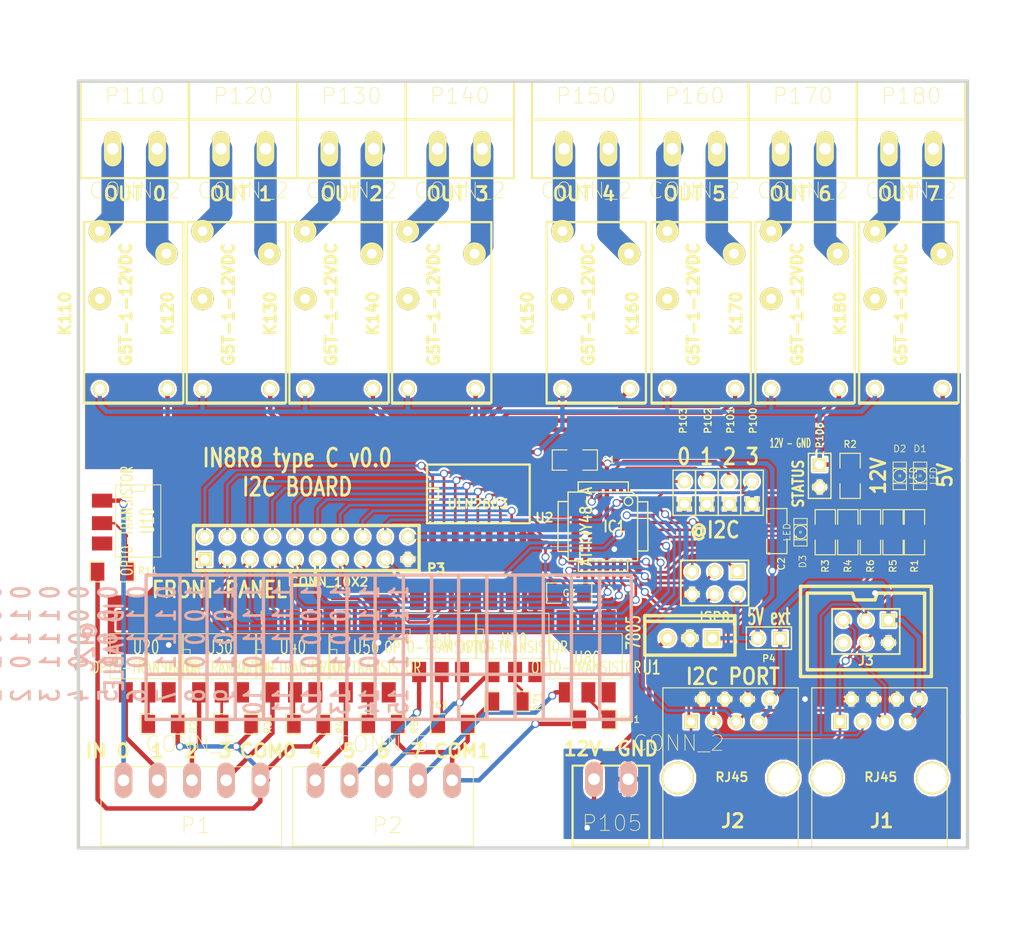
<source format=kicad_pcb>
(kicad_pcb (version 3) (host pcbnew "(2013-mar-13)-testing")
  (title_block (title "4in4out I2C board") (rev 0) (company "XPLDUINO project") (comment 1 "GNU GPL v2") (comment 2 "Domotic Open Source "))
  (layers (15 Dessus signal) (0 Dessous signal) (18 B.Paste user) (19 F.Paste user) (20 B.SilkS user hide) (21 F.SilkS user) (22 B.Mask user) (23 F.Mask user) (28 Edge.Cuts user))
  (net 0 "")
  (net 1 +12V)
  (net 2 +5V)
  (net 3 /230_110_1)
  (net 4 /230_110_2)
  (net 5 /230_120_1)
  (net 6 /230_120_2)
  (net 7 /230_130_1)
  (net 8 /230_130_2)
  (net 9 /230_140_1)
  (net 10 /230_140_2)
  (net 11 /230_150_1)
  (net 12 /230_150_2)
  (net 13 /230_160_1)
  (net 14 /230_160_2)
  (net 15 /230_170_1)
  (net 16 /230_170_2)
  (net 17 /230_180_1)
  (net 18 /230_180_2)
  (net 19 /INT)
  (net 20 5V_EXT)
  (net 21 A0)
  (net 22 A1)
  (net 23 A2)
  (net 24 A3)
  (net 25 CMD0)
  (net 26 CMD1)
  (net 27 CMD2)
  (net 28 CMD3)
  (net 29 CMD4)
  (net 30 CMD5)
  (net 31 CMD6)
  (net 32 CMD7)
  (net 33 COM0)
  (net 34 COM1)
  (net 35 GND)
  (net 36 IN0)
  (net 37 IN1)
  (net 38 IN2)
  (net 39 IN3)
  (net 40 IN4)
  (net 41 IN5)
  (net 42 IN6)
  (net 43 IN7)
  (net 44 LED)
  (net 45 MISO)
  (net 46 MOSI)
  (net 47 N-0000048)
  (net 48 N-0000049)
  (net 49 N-0000050)
  (net 50 N-0000051)
  (net 51 N-0000052)
  (net 52 N-0000053)
  (net 53 N-0000054)
  (net 54 N-0000055)
  (net 55 N-0000056)
  (net 56 N-0000057)
  (net 57 N-0000058)
  (net 58 N-0000059)
  (net 59 N-0000060)
  (net 60 N-0000061)
  (net 61 N-0000062)
  (net 62 N-0000074)
  (net 63 N-0000076)
  (net 64 N-0000077)
  (net 65 N-0000078)
  (net 66 N-0000083)
  (net 67 N-0000084)
  (net 68 N-0000085)
  (net 69 N-0000086)
  (net 70 N-0000087)
  (net 71 N-0000088)
  (net 72 N-0000089)
  (net 73 N-0000090)
  (net 74 N-0000092)
  (net 75 OUT0)
  (net 76 OUT1)
  (net 77 OUT2)
  (net 78 OUT3)
  (net 79 OUT4)
  (net 80 OUT5)
  (net 81 OUT6)
  (net 82 OUT7)
  (net 83 R0)
  (net 84 R1)
  (net 85 R2)
  (net 86 R3)
  (net 87 R4)
  (net 88 R5)
  (net 89 R6)
  (net 90 R7)
  (net 91 RESET)
  (net 92 SCK)
  (net 93 SCL)
  (net 94 SDA)
  (module SOIC18 (layer Dessus) (at 226.568 117.602)
    (fp_text reference U2 (at 7.493 2.667) (layer F.SilkS) (effects (font (size 1.016 1.016) (thickness 0.2032))))
    (fp_text value ULN2803 (at 0 1.143) (layer F.SilkS) (effects (font (size 1.016 1.016) (thickness 0.2032))))
    (pad 1 smd rect (at -5.08 4.7) (size 0.762 2) (layers Dessus F.Paste F.Mask) (net 75 OUT0))
    (pad 2 smd rect (at -3.81 4.699) (size 0.762 2) (layers Dessus F.Paste F.Mask) (net 76 OUT1))
    (pad 3 smd rect (at -2.54 4.699) (size 0.762 2) (layers Dessus F.Paste F.Mask) (net 77 OUT2))
    (pad 4 smd rect (at -1.27 4.699) (size 0.762 2) (layers Dessus F.Paste F.Mask) (net 78 OUT3))
    (pad 5 smd rect (at 0 4.699) (size 0.762 2) (layers Dessus F.Paste F.Mask) (net 79 OUT4))
    (pad 6 smd rect (at 1.27 4.699) (size 0.762 2) (layers Dessus F.Paste F.Mask) (net 80 OUT5))
    (pad 7 smd rect (at 2.54 4.699) (size 0.762 2) (layers Dessus F.Paste F.Mask) (net 81 OUT6))
    (pad 8 smd rect (at 3.81 4.699) (size 0.762 2) (layers Dessus F.Paste F.Mask) (net 82 OUT7))
    (pad 9 smd rect (at 5.08 4.699) (size 0.762 2) (layers Dessus F.Paste F.Mask) (net 35 GND))
    (pad 10 smd rect (at 5.08 -4.699) (size 0.762 2) (layers Dessus F.Paste F.Mask) (net 1 +12V))
    (pad 11 smd rect (at 3.81 -4.699) (size 0.762 2) (layers Dessus F.Paste F.Mask) (net 90 R7))
    (pad 12 smd rect (at 2.54 -4.699) (size 0.762 2) (layers Dessus F.Paste F.Mask) (net 89 R6))
    (pad 18 smd rect (at -5.08 -4.7) (size 0.762 2) (layers Dessus F.Paste F.Mask) (net 83 R0))
    (pad 17 smd rect (at -3.81 -4.699) (size 0.762 2) (layers Dessus F.Paste F.Mask) (net 84 R1))
    (pad 16 smd rect (at -2.54 -4.699) (size 0.762 2) (layers Dessus F.Paste F.Mask) (net 85 R2))
    (pad 15 smd rect (at -1.27 -4.699) (size 0.762 2) (layers Dessus F.Paste F.Mask) (net 86 R3))
    (pad 14 smd rect (at 0 -4.699) (size 0.762 2) (layers Dessus F.Paste F.Mask) (net 87 R4))
    (pad 13 smd rect (at 1.27 -4.699) (size 0.762 2) (layers Dessus F.Paste F.Mask) (net 88 R5))
  )
  (module pin_array_10x2 (layer Dessus) (at 209.804 123.698)
    (fp_text reference P3 (at 12.065 2.286) (layer F.SilkS) (effects (font (size 1.016 1.016) (thickness 0.27432))))
    (fp_text value CONN_10X2 (at 0 3.81) (layer F.SilkS) (effects (font (size 1.016 1.016) (thickness 0.2032))))
    (pad 1 thru_hole rect (at -13.97 1.27) (size 1.524 1.524) (drill 1.016) (layers *.Cu *.Mask F.SilkS) (net 25 CMD0))
    (pad 2 thru_hole circle (at -13.97 -1.27) (size 1.524 1.524) (drill 1.016) (layers *.Cu *.Mask F.SilkS) (net 75 OUT0))
    (pad 3 thru_hole circle (at -11.43 1.27) (size 1.524 1.524) (drill 1.016) (layers *.Cu *.Mask F.SilkS) (net 26 CMD1))
    (pad 4 thru_hole circle (at -11.43 -1.27) (size 1.524 1.524) (drill 1.016) (layers *.Cu *.Mask F.SilkS) (net 76 OUT1))
    (pad 5 thru_hole circle (at -8.89 1.27) (size 1.524 1.524) (drill 1.016) (layers *.Cu *.Mask F.SilkS) (net 27 CMD2))
    (pad 6 thru_hole circle (at -8.89 -1.27) (size 1.524 1.524) (drill 1.016) (layers *.Cu *.Mask F.SilkS) (net 77 OUT2))
    (pad 7 thru_hole circle (at -6.35 1.27) (size 1.524 1.524) (drill 1.016) (layers *.Cu *.Mask F.SilkS) (net 28 CMD3))
    (pad 8 thru_hole circle (at -6.35 -1.27) (size 1.524 1.524) (drill 1.016) (layers *.Cu *.Mask F.SilkS) (net 78 OUT3))
    (pad 9 thru_hole circle (at -3.81 1.27) (size 1.524 1.524) (drill 1.016) (layers *.Cu *.Mask F.SilkS) (net 29 CMD4))
    (pad 10 thru_hole circle (at -3.81 -1.27) (size 1.524 1.524) (drill 1.016) (layers *.Cu *.Mask F.SilkS) (net 79 OUT4))
    (pad 11 thru_hole circle (at -1.27 1.27) (size 1.524 1.524) (drill 1.016) (layers *.Cu *.Mask F.SilkS) (net 30 CMD5))
    (pad 12 thru_hole circle (at -1.27 -1.27) (size 1.524 1.524) (drill 1.016) (layers *.Cu *.Mask F.SilkS) (net 80 OUT5))
    (pad 13 thru_hole circle (at 1.27 1.27) (size 1.524 1.524) (drill 1.016) (layers *.Cu *.Mask F.SilkS) (net 31 CMD6))
    (pad 14 thru_hole circle (at 1.27 -1.27) (size 1.524 1.524) (drill 1.016) (layers *.Cu *.Mask F.SilkS) (net 81 OUT6))
    (pad 15 thru_hole circle (at 3.81 1.27) (size 1.524 1.524) (drill 1.016) (layers *.Cu *.Mask F.SilkS) (net 32 CMD7))
    (pad 16 thru_hole circle (at 3.81 -1.27) (size 1.524 1.524) (drill 1.016) (layers *.Cu *.Mask F.SilkS) (net 82 OUT7))
    (pad 17 thru_hole circle (at 6.35 1.27) (size 1.524 1.524) (drill 1.016) (layers *.Cu *.Mask F.SilkS) (net 91 RESET))
    (pad 18 thru_hole circle (at 6.35 -1.27) (size 1.524 1.524) (drill 1.016) (layers *.Cu *.Mask F.SilkS) (net 44 LED))
    (pad 19 thru_hole circle (at 8.89 1.27) (size 1.524 1.524) (drill 1.016) (layers *.Cu *.Mask F.SilkS) (net 35 GND))
    (pad 20 thru_hole circle (at 8.89 -1.27) (size 1.524 1.524) (drill 1.016) (layers *.Cu *.Mask F.SilkS) (net 2 +5V))
  )
  (module PIN_ARRAY_2X1 (layer Dessus) (at 259.334 133.858 180)
    (fp_text reference P4 (at 0 -2.286 180) (layer F.SilkS) (effects (font (size 0.762 0.762) (thickness 0.1524))))
    (fp_text value CONN_2 hide)
    (pad 1 thru_hole rect (at -1.27 0 180) (size 1.524 1.524) (drill 1.016) (layers *.Cu *.Mask F.SilkS) (net 20 5V_EXT))
    (pad 2 thru_hole circle (at 1.27 0 180) (size 1.524 1.524) (drill 1.016) (layers *.Cu *.Mask F.SilkS) (net 2 +5V))
  )
  (module TQFP32 (layer Dessus) (at 240.665 121.285 270)
    (fp_text reference IC1 (at 0 -1.27 360) (layer F.SilkS) (effects (font (size 1.27 1.016) (thickness 0.2032))))
    (fp_text value ATTINY48-A (at 0 1.905 270) (layer F.SilkS) (effects (font (size 1.27 1.016) (thickness 0.2032))))
    (pad 8 smd rect (at -4.81584 2.77622 270) (size 1.99898 0.44958) (layers Dessus F.Paste F.Mask) (net 75 OUT0))
    (pad 7 smd rect (at -4.81584 1.97612 270) (size 1.99898 0.44958) (layers Dessus F.Paste F.Mask) (net 76 OUT1))
    (pad 6 smd rect (at -4.81584 1.17602 270) (size 1.99898 0.44958) (layers Dessus F.Paste F.Mask) (net 24 A3))
    (pad 5 smd rect (at -4.81584 0.37592 270) (size 1.99898 0.44958) (layers Dessus F.Paste F.Mask) (net 35 GND))
    (pad 4 smd rect (at -4.81584 -0.42418 270) (size 1.99898 0.44958) (layers Dessus F.Paste F.Mask) (net 2 +5V))
    (pad 3 smd rect (at -4.81584 -1.22428 270) (size 1.99898 0.44958) (layers Dessus F.Paste F.Mask) (net 23 A2))
    (pad 2 smd rect (at -4.81584 -2.02438 270) (size 1.99898 0.44958) (layers Dessus F.Paste F.Mask) (net 22 A1))
    (pad 1 smd rect (at -4.81584 -2.82448 270) (size 1.99898 0.44958) (layers Dessus F.Paste F.Mask) (net 21 A0))
    (pad 24 smd rect (at 4.7498 -2.8194 270) (size 1.99898 0.44958) (layers Dessus F.Paste F.Mask) (net 28 CMD3))
    (pad 17 smd rect (at 4.7498 2.794 270) (size 1.99898 0.44958) (layers Dessus F.Paste F.Mask) (net 92 SCK))
    (pad 18 smd rect (at 4.7498 1.9812 270) (size 1.99898 0.44958) (layers Dessus F.Paste F.Mask) (net 2 +5V))
    (pad 19 smd rect (at 4.7498 1.1684 270) (size 1.99898 0.44958) (layers Dessus F.Paste F.Mask) (net 32 CMD7))
    (pad 20 smd rect (at 4.7498 0.381 270) (size 1.99898 0.44958) (layers Dessus F.Paste F.Mask) (net 31 CMD6))
    (pad 21 smd rect (at 4.7498 -0.4318 270) (size 1.99898 0.44958) (layers Dessus F.Paste F.Mask) (net 35 GND))
    (pad 22 smd rect (at 4.7498 -1.2192 270) (size 1.99898 0.44958) (layers Dessus F.Paste F.Mask) (net 30 CMD5))
    (pad 23 smd rect (at 4.7498 -2.032 270) (size 1.99898 0.44958) (layers Dessus F.Paste F.Mask) (net 29 CMD4))
    (pad 32 smd rect (at -2.82448 -4.826 270) (size 0.44958 1.99898) (layers Dessus F.Paste F.Mask) (net 44 LED))
    (pad 31 smd rect (at -2.02692 -4.826 270) (size 0.44958 1.99898) (layers Dessus F.Paste F.Mask) (net 19 /INT))
    (pad 30 smd rect (at -1.22428 -4.826 270) (size 0.44958 1.99898) (layers Dessus F.Paste F.Mask) (net 25 CMD0))
    (pad 29 smd rect (at -0.42672 -4.826 270) (size 0.44958 1.99898) (layers Dessus F.Paste F.Mask) (net 91 RESET))
    (pad 28 smd rect (at 0.37592 -4.826 270) (size 0.44958 1.99898) (layers Dessus F.Paste F.Mask) (net 93 SCL))
    (pad 27 smd rect (at 1.17348 -4.826 270) (size 0.44958 1.99898) (layers Dessus F.Paste F.Mask) (net 94 SDA))
    (pad 26 smd rect (at 1.97612 -4.826 270) (size 0.44958 1.99898) (layers Dessus F.Paste F.Mask) (net 26 CMD1))
    (pad 25 smd rect (at 2.77368 -4.826 270) (size 0.44958 1.99898) (layers Dessus F.Paste F.Mask) (net 27 CMD2))
    (pad 9 smd rect (at -2.8194 4.7752 270) (size 0.44958 1.99898) (layers Dessus F.Paste F.Mask) (net 77 OUT2))
    (pad 10 smd rect (at -2.032 4.7752 270) (size 0.44958 1.99898) (layers Dessus F.Paste F.Mask) (net 78 OUT3))
    (pad 11 smd rect (at -1.2192 4.7752 270) (size 0.44958 1.99898) (layers Dessus F.Paste F.Mask) (net 79 OUT4))
    (pad 12 smd rect (at -0.4318 4.7752 270) (size 0.44958 1.99898) (layers Dessus F.Paste F.Mask) (net 80 OUT5))
    (pad 13 smd rect (at 0.3556 4.7752 270) (size 0.44958 1.99898) (layers Dessus F.Paste F.Mask) (net 81 OUT6))
    (pad 14 smd rect (at 1.1684 4.7752 270) (size 0.44958 1.99898) (layers Dessus F.Paste F.Mask) (net 82 OUT7))
    (pad 15 smd rect (at 1.9812 4.7752 270) (size 0.44958 1.99898) (layers Dessus F.Paste F.Mask) (net 46 MOSI))
    (pad 16 smd rect (at 2.794 4.7752 270) (size 0.44958 1.99898) (layers Dessus F.Paste F.Mask) (net 45 MISO))
  )
  (module CMS-6 (layer Dessus) (at 230.505 133.604)
    (fp_text reference U70 (at 0.127 0.508) (layer F.SilkS) (effects (font (size 1.524 1.016) (thickness 0.1524))))
    (fp_text value OPTO-TRANSISTOR (at 0 1.27) (layer F.SilkS) (effects (font (size 1.27 0.889) (thickness 0.1524))))
    (pad 1 smd rect (at -2.286 4.064) (size 1.5748 2.286) (layers Dessus F.Paste F.Mask) (net 42 IN6))
    (pad 2 smd rect (at 0.254 4.064) (size 1.5748 2.286) (layers Dessus F.Paste F.Mask) (net 48 N-0000049))
    (pad 3 smd rect (at 2.54 4.064) (size 1.5748 2.286) (layers Dessus F.Paste F.Mask) (net 49 N-0000050))
    (pad 4 smd rect (at 2.54 -4.064) (size 1.5748 2.286) (layers Dessus F.Paste F.Mask) (net 35 GND))
    (pad 5 smd rect (at 0 -4.064) (size 1.5748 2.286) (layers Dessus F.Paste F.Mask) (net 31 CMD6))
    (pad 6 smd rect (at -2.54 -4.064) (size 1.5748 2.286) (layers Dessus F.Paste F.Mask) (net 50 N-0000051))
  )
  (module CMS-6 (layer Dessus) (at 238.76 135.89)
    (fp_text reference U80 (at 0.127 0.254) (layer F.SilkS) (effects (font (size 1.524 1.016) (thickness 0.1524))))
    (fp_text value OPTO-TRANSISTOR (at 0 1.27) (layer F.SilkS) (effects (font (size 1.27 0.889) (thickness 0.1524))))
    (pad 1 smd rect (at -2.286 4.064) (size 1.5748 2.286) (layers Dessus F.Paste F.Mask) (net 43 IN7))
    (pad 2 smd rect (at 0.254 4.064) (size 1.5748 2.286) (layers Dessus F.Paste F.Mask) (net 51 N-0000052))
    (pad 3 smd rect (at 2.54 4.064) (size 1.5748 2.286) (layers Dessus F.Paste F.Mask) (net 52 N-0000053))
    (pad 4 smd rect (at 2.54 -4.064) (size 1.5748 2.286) (layers Dessus F.Paste F.Mask) (net 35 GND))
    (pad 5 smd rect (at 0 -4.064) (size 1.5748 2.286) (layers Dessus F.Paste F.Mask) (net 32 CMD7))
    (pad 6 smd rect (at -2.54 -4.064) (size 1.5748 2.286) (layers Dessus F.Paste F.Mask) (net 53 N-0000054))
  )
  (module CMS-6 (layer Dessus) (at 222.25 133.604)
    (fp_text reference U60 (at -0.127 0.635) (layer F.SilkS) (effects (font (size 1.524 1.016) (thickness 0.1524))))
    (fp_text value OPTO-TRANSISTOR (at 0 1.27) (layer F.SilkS) (effects (font (size 1.27 0.889) (thickness 0.1524))))
    (pad 1 smd rect (at -2.286 4.064) (size 1.5748 2.286) (layers Dessus F.Paste F.Mask) (net 41 IN5))
    (pad 2 smd rect (at 0.254 4.064) (size 1.5748 2.286) (layers Dessus F.Paste F.Mask) (net 60 N-0000061))
    (pad 3 smd rect (at 2.54 4.064) (size 1.5748 2.286) (layers Dessus F.Paste F.Mask) (net 61 N-0000062))
    (pad 4 smd rect (at 2.54 -4.064) (size 1.5748 2.286) (layers Dessus F.Paste F.Mask) (net 35 GND))
    (pad 5 smd rect (at 0 -4.064) (size 1.5748 2.286) (layers Dessus F.Paste F.Mask) (net 30 CMD5))
    (pad 6 smd rect (at -2.54 -4.064) (size 1.5748 2.286) (layers Dessus F.Paste F.Mask) (net 47 N-0000048))
  )
  (module CMS-6 (layer Dessus) (at 213.995 135.89)
    (fp_text reference U50 (at 0 -1.016) (layer F.SilkS) (effects (font (size 1.524 1.016) (thickness 0.1524))))
    (fp_text value OPTO-TRANSISTOR (at 0 1.27) (layer F.SilkS) (effects (font (size 1.27 0.889) (thickness 0.1524))))
    (pad 1 smd rect (at -2.286 4.064) (size 1.5748 2.286) (layers Dessus F.Paste F.Mask) (net 40 IN4))
    (pad 2 smd rect (at 0.254 4.064) (size 1.5748 2.286) (layers Dessus F.Paste F.Mask) (net 54 N-0000055))
    (pad 3 smd rect (at 2.54 4.064) (size 1.5748 2.286) (layers Dessus F.Paste F.Mask) (net 58 N-0000059))
    (pad 4 smd rect (at 2.54 -4.064) (size 1.5748 2.286) (layers Dessus F.Paste F.Mask) (net 35 GND))
    (pad 5 smd rect (at 0 -4.064) (size 1.5748 2.286) (layers Dessus F.Paste F.Mask) (net 29 CMD4))
    (pad 6 smd rect (at -2.54 -4.064) (size 1.5748 2.286) (layers Dessus F.Paste F.Mask) (net 59 N-0000060))
  )
  (module CMS-6 (layer Dessus) (at 205.74 135.89)
    (fp_text reference U40 (at 0 -1.016) (layer F.SilkS) (effects (font (size 1.524 1.016) (thickness 0.1524))))
    (fp_text value OPTO-TRANSISTOR (at 0 1.27) (layer F.SilkS) (effects (font (size 1.27 0.889) (thickness 0.1524))))
    (pad 1 smd rect (at -2.286 4.064) (size 1.5748 2.286) (layers Dessus F.Paste F.Mask) (net 39 IN3))
    (pad 2 smd rect (at 0.254 4.064) (size 1.5748 2.286) (layers Dessus F.Paste F.Mask) (net 55 N-0000056))
    (pad 3 smd rect (at 2.54 4.064) (size 1.5748 2.286) (layers Dessus F.Paste F.Mask) (net 56 N-0000057))
    (pad 4 smd rect (at 2.54 -4.064) (size 1.5748 2.286) (layers Dessus F.Paste F.Mask) (net 35 GND))
    (pad 5 smd rect (at 0 -4.064) (size 1.5748 2.286) (layers Dessus F.Paste F.Mask) (net 28 CMD3))
    (pad 6 smd rect (at -2.54 -4.064) (size 1.5748 2.286) (layers Dessus F.Paste F.Mask) (net 57 N-0000058))
  )
  (module CMS-6 (layer Dessus) (at 197.485 135.89)
    (fp_text reference U30 (at 0 -1.016) (layer F.SilkS) (effects (font (size 1.524 1.016) (thickness 0.1524))))
    (fp_text value OPTO-TRANSISTOR (at 0 1.27) (layer F.SilkS) (effects (font (size 1.27 0.889) (thickness 0.1524))))
    (pad 1 smd rect (at -2.286 4.064) (size 1.5748 2.286) (layers Dessus F.Paste F.Mask) (net 38 IN2))
    (pad 2 smd rect (at 0.254 4.064) (size 1.5748 2.286) (layers Dessus F.Paste F.Mask) (net 69 N-0000086))
    (pad 3 smd rect (at 2.54 4.064) (size 1.5748 2.286) (layers Dessus F.Paste F.Mask) (net 70 N-0000087))
    (pad 4 smd rect (at 2.54 -4.064) (size 1.5748 2.286) (layers Dessus F.Paste F.Mask) (net 35 GND))
    (pad 5 smd rect (at 0 -4.064) (size 1.5748 2.286) (layers Dessus F.Paste F.Mask) (net 27 CMD2))
    (pad 6 smd rect (at -2.54 -4.064) (size 1.5748 2.286) (layers Dessus F.Paste F.Mask) (net 71 N-0000088))
  )
  (module CMS-6 (layer Dessus) (at 189.23 135.89)
    (fp_text reference U20 (at 0 -1.016) (layer F.SilkS) (effects (font (size 1.524 1.016) (thickness 0.1524))))
    (fp_text value OPTO-TRANSISTOR (at 0 1.27) (layer F.SilkS) (effects (font (size 1.27 0.889) (thickness 0.1524))))
    (pad 1 smd rect (at -2.286 4.064) (size 1.5748 2.286) (layers Dessus F.Paste F.Mask) (net 37 IN1))
    (pad 2 smd rect (at 0.254 4.064) (size 1.5748 2.286) (layers Dessus F.Paste F.Mask) (net 66 N-0000083))
    (pad 3 smd rect (at 2.54 4.064) (size 1.5748 2.286) (layers Dessus F.Paste F.Mask) (net 67 N-0000084))
    (pad 4 smd rect (at 2.54 -4.064) (size 1.5748 2.286) (layers Dessus F.Paste F.Mask) (net 35 GND))
    (pad 5 smd rect (at 0 -4.064) (size 1.5748 2.286) (layers Dessus F.Paste F.Mask) (net 26 CMD1))
    (pad 6 smd rect (at -2.54 -4.064) (size 1.5748 2.286) (layers Dessus F.Paste F.Mask) (net 68 N-0000085))
  )
  (module MOL_CONN_5_MINI (layer Dessus) (at 208.28 149.86)
    (fp_text reference P2 (at 8.128 5.08) (layer F.SilkS) (effects (font (size 1.778 1.778) (thickness 0.0889))))
    (fp_text value CONN_5 (at 7.62 -4.064) (layer F.SilkS) (effects (font (size 1.778 1.778) (thickness 0.0889))))
    (pad 1 thru_hole oval (at 0 0) (size 1.9812 3.9624) (drill 1.320799) (layers *.Cu *.SilkS *.Mask F.Paste) (net 40 IN4))
    (pad 2 thru_hole oval (at 3.85 0) (size 1.9812 3.9624) (drill 1.320799) (layers *.Cu *.SilkS *.Mask F.Paste) (net 41 IN5))
    (pad 3 thru_hole oval (at 7.7 0) (size 1.9812 3.9624) (drill 1.320799) (layers *.Cu *.SilkS *.Mask F.Paste) (net 42 IN6))
    (pad 4 thru_hole oval (at 11.55 0) (size 1.9812 3.9624) (drill 1.320799) (layers *.Cu *.SilkS *.Mask F.Paste) (net 43 IN7))
    (pad 5 thru_hole oval (at 15.4 0) (size 1.9812 3.9624) (drill 1.320799) (layers *.Cu *.SilkS *.Mask F.Paste) (net 34 COM1))
  )
  (module MOL_CONN_5_MINI (layer Dessus) (at 186.69 149.86)
    (fp_text reference P1 (at 8.128 5.08) (layer F.SilkS) (effects (font (size 1.778 1.778) (thickness 0.0889))))
    (fp_text value CONN_5 (at 7.62 -4.064) (layer F.SilkS) (effects (font (size 1.778 1.778) (thickness 0.0889))))
    (pad 1 thru_hole oval (at 0 0) (size 1.9812 3.9624) (drill 1.320799) (layers *.Cu *.SilkS *.Mask F.Paste) (net 36 IN0))
    (pad 2 thru_hole oval (at 3.85 0) (size 1.9812 3.9624) (drill 1.320799) (layers *.Cu *.SilkS *.Mask F.Paste) (net 37 IN1))
    (pad 3 thru_hole oval (at 7.7 0) (size 1.9812 3.9624) (drill 1.320799) (layers *.Cu *.SilkS *.Mask F.Paste) (net 38 IN2))
    (pad 4 thru_hole oval (at 11.55 0) (size 1.9812 3.9624) (drill 1.320799) (layers *.Cu *.SilkS *.Mask F.Paste) (net 39 IN3))
    (pad 5 thru_hole oval (at 15.4 0) (size 1.9812 3.9624) (drill 1.320799) (layers *.Cu *.SilkS *.Mask F.Paste) (net 33 COM0))
  )
  (module HE10-6 (layer Dessus) (at 270.256 133.096 180)
    (fp_text reference J3 (at 0 -3.302 180) (layer F.SilkS) (effects (font (size 1.016 1.016) (thickness 0.2032))))
    (fp_text value CONN_6 hide)
    (pad 1 thru_hole rect (at -2.54 1.27 180) (size 1.524 1.524) (drill 1.016) (layers *.Cu *.Mask F.SilkS) (net 20 5V_EXT))
    (pad 2 thru_hole circle (at -2.54 -1.27 180) (size 1.524 1.524) (drill 1.016) (layers *.Cu *.Mask F.SilkS) (net 35 GND))
    (pad 3 thru_hole circle (at 0 1.27 180) (size 1.524 1.524) (drill 1.016) (layers *.Cu *.Mask F.SilkS) (net 93 SCL))
    (pad 4 thru_hole circle (at 0 -1.27 180) (size 1.524 1.524) (drill 1.016) (layers *.Cu *.Mask F.SilkS) (net 94 SDA))
    (pad 5 thru_hole circle (at 2.54 1.27 180) (size 1.524 1.524) (drill 1.016) (layers *.Cu *.Mask F.SilkS) (net 19 /INT))
    (pad 6 thru_hole circle (at 2.54 -1.27 180) (size 1.524 1.524) (drill 1.016) (layers *.Cu *.Mask F.SilkS) (net 74 N-0000092))
  )
  (module LED-1206 (layer Dessus) (at 276.352 115.57 90)
    (fp_text reference D1 (at 3.048 0 180) (layer F.SilkS) (effects (font (size 0.762 0.762) (thickness 0.0889))))
    (fp_text value LED (at 0 1.524 90) (layer F.SilkS) (effects (font (size 0.762 0.762) (thickness 0.0889))))
    (pad 1 smd rect (at -1.41986 0 90) (size 1.59766 1.80086) (layers Dessus F.Paste F.Mask) (net 73 N-0000090))
    (pad 2 smd rect (at 1.41986 0 90) (size 1.59766 1.80086) (layers Dessus F.Paste F.Mask) (net 35 GND))
  )
  (module LED-1206 (layer Dessus) (at 274.066 115.57 90)
    (fp_text reference D2 (at 3.048 0 180) (layer F.SilkS) (effects (font (size 0.762 0.762) (thickness 0.0889))))
    (fp_text value LED (at 0 1.524 90) (layer F.SilkS) (effects (font (size 0.762 0.762) (thickness 0.0889))))
    (pad 1 smd rect (at -1.41986 0 90) (size 1.59766 1.80086) (layers Dessus F.Paste F.Mask) (net 72 N-0000089))
    (pad 2 smd rect (at 1.41986 0 90) (size 1.59766 1.80086) (layers Dessus F.Paste F.Mask) (net 35 GND))
  )
  (module LED-1206 (layer Dessus) (at 262.89 121.92 270)
    (fp_text reference D3 (at 3.302 -0.254 270) (layer F.SilkS) (effects (font (size 0.762 0.762) (thickness 0.0889))))
    (fp_text value LED (at 0 1.524 270) (layer F.SilkS) (effects (font (size 0.762 0.762) (thickness 0.0889))))
    (pad 1 smd rect (at -1.41986 0 270) (size 1.59766 1.80086) (layers Dessus F.Paste F.Mask) (net 44 LED))
    (pad 2 smd rect (at 1.41986 0 270) (size 1.59766 1.80086) (layers Dessus F.Paste F.Mask) (net 62 N-0000074))
  )
  (module MOL_CONN_2_VH (layer Dessus) (at 224.536 78.74 180)
    (fp_text reference P140 (at 0 5.969 180) (layer F.SilkS) (effects (font (size 1.778 1.778) (thickness 0.0889))))
    (fp_text value CONN_2 (at 0 -4.699 180) (layer F.SilkS) (effects (font (size 1.778 1.778) (thickness 0.0889))))
    (pad 1 thru_hole oval (at -2.5146 0 180) (size 1.9812 3.9624) (drill 1.320799) (layers *.Cu *.Mask F.Paste F.SilkS) (net 9 /230_140_1))
    (pad 2 thru_hole oval (at 2.4892 0 180) (size 1.9812 3.9624) (drill 1.320799) (layers *.Cu *.Mask F.Paste F.SilkS) (net 10 /230_140_2))
  )
  (module MOL_CONN_2_VH (layer Dessus) (at 212.344 78.74 180)
    (fp_text reference P130 (at 0 5.969 180) (layer F.SilkS) (effects (font (size 1.778 1.778) (thickness 0.0889))))
    (fp_text value CONN_2 (at 0 -4.699 180) (layer F.SilkS) (effects (font (size 1.778 1.778) (thickness 0.0889))))
    (pad 1 thru_hole oval (at -2.5146 0 180) (size 1.9812 3.9624) (drill 1.320799) (layers *.Cu *.Mask F.Paste F.SilkS) (net 7 /230_130_1))
    (pad 2 thru_hole oval (at 2.4892 0 180) (size 1.9812 3.9624) (drill 1.320799) (layers *.Cu *.Mask F.Paste F.SilkS) (net 8 /230_130_2))
  )
  (module MOL_CONN_2_VH (layer Dessus) (at 200.152 78.74 180)
    (fp_text reference P120 (at 0 5.969 180) (layer F.SilkS) (effects (font (size 1.778 1.778) (thickness 0.0889))))
    (fp_text value CONN_2 (at 0 -4.699 180) (layer F.SilkS) (effects (font (size 1.778 1.778) (thickness 0.0889))))
    (pad 1 thru_hole oval (at -2.5146 0 180) (size 1.9812 3.9624) (drill 1.320799) (layers *.Cu *.Mask F.Paste F.SilkS) (net 5 /230_120_1))
    (pad 2 thru_hole oval (at 2.4892 0 180) (size 1.9812 3.9624) (drill 1.320799) (layers *.Cu *.Mask F.Paste F.SilkS) (net 6 /230_120_2))
  )
  (module MOL_CONN_2_VH (layer Dessus) (at 238.76 78.74 180)
    (fp_text reference P150 (at 0 5.969 180) (layer F.SilkS) (effects (font (size 1.778 1.778) (thickness 0.0889))))
    (fp_text value CONN_2 (at 0 -4.699 180) (layer F.SilkS) (effects (font (size 1.778 1.778) (thickness 0.0889))))
    (pad 1 thru_hole oval (at -2.5146 0 180) (size 1.9812 3.9624) (drill 1.320799) (layers *.Cu *.Mask F.Paste F.SilkS) (net 11 /230_150_1))
    (pad 2 thru_hole oval (at 2.4892 0 180) (size 1.9812 3.9624) (drill 1.320799) (layers *.Cu *.Mask F.Paste F.SilkS) (net 12 /230_150_2))
  )
  (module MOL_CONN_2_VH (layer Dessus) (at 187.96 78.74 180)
    (fp_text reference P110 (at 0 5.969 180) (layer F.SilkS) (effects (font (size 1.778 1.778) (thickness 0.0889))))
    (fp_text value CONN_2 (at 0 -4.699 180) (layer F.SilkS) (effects (font (size 1.778 1.778) (thickness 0.0889))))
    (pad 1 thru_hole oval (at -2.5146 0 180) (size 1.9812 3.9624) (drill 1.320799) (layers *.Cu *.Mask F.Paste F.SilkS) (net 3 /230_110_1))
    (pad 2 thru_hole oval (at 2.4892 0 180) (size 1.9812 3.9624) (drill 1.320799) (layers *.Cu *.Mask F.Paste F.SilkS) (net 4 /230_110_2))
  )
  (module MOL_CONN_2_VH (layer Dessus) (at 250.952 78.74 180)
    (fp_text reference P160 (at 0 5.969 180) (layer F.SilkS) (effects (font (size 1.778 1.778) (thickness 0.0889))))
    (fp_text value CONN_2 (at 0 -4.699 180) (layer F.SilkS) (effects (font (size 1.778 1.778) (thickness 0.0889))))
    (pad 1 thru_hole oval (at -2.5146 0 180) (size 1.9812 3.9624) (drill 1.320799) (layers *.Cu *.Mask F.Paste F.SilkS) (net 13 /230_160_1))
    (pad 2 thru_hole oval (at 2.4892 0 180) (size 1.9812 3.9624) (drill 1.320799) (layers *.Cu *.Mask F.Paste F.SilkS) (net 14 /230_160_2))
  )
  (module MOL_CONN_2_VH (layer Dessus) (at 275.336 78.74 180)
    (fp_text reference P180 (at 0 5.969 180) (layer F.SilkS) (effects (font (size 1.778 1.778) (thickness 0.0889))))
    (fp_text value CONN_2 (at 0 -4.699 180) (layer F.SilkS) (effects (font (size 1.778 1.778) (thickness 0.0889))))
    (pad 1 thru_hole oval (at -2.5146 0 180) (size 1.9812 3.9624) (drill 1.320799) (layers *.Cu *.Mask F.Paste F.SilkS) (net 17 /230_180_1))
    (pad 2 thru_hole oval (at 2.4892 0 180) (size 1.9812 3.9624) (drill 1.320799) (layers *.Cu *.Mask F.Paste F.SilkS) (net 18 /230_180_2))
  )
  (module MOL_CONN_2_VH (layer Dessus) (at 263.144 78.74 180)
    (fp_text reference P170 (at 0 5.969 180) (layer F.SilkS) (effects (font (size 1.778 1.778) (thickness 0.0889))))
    (fp_text value CONN_2 (at 0 -4.699 180) (layer F.SilkS) (effects (font (size 1.778 1.778) (thickness 0.0889))))
    (pad 1 thru_hole oval (at -2.5146 0 180) (size 1.9812 3.9624) (drill 1.320799) (layers *.Cu *.Mask F.Paste F.SilkS) (net 15 /230_170_1))
    (pad 2 thru_hole oval (at 2.4892 0 180) (size 1.9812 3.9624) (drill 1.320799) (layers *.Cu *.Mask F.Paste F.SilkS) (net 16 /230_170_2))
  )
  (module PIN_ARRAY_2X1 (layer Dessus) (at 257.429 117.475 90)
    (fp_text reference P100 (at 8.128 0.127 90) (layer F.SilkS) (effects (font (size 0.762 0.762) (thickness 0.1524))))
    (fp_text value CONN_2 hide)
    (pad 1 thru_hole rect (at -1.27 0 90) (size 1.524 1.524) (drill 1.016) (layers *.Cu *.Mask F.SilkS) (net 35 GND))
    (pad 2 thru_hole circle (at 1.27 0 90) (size 1.524 1.524) (drill 1.016) (layers *.Cu *.Mask F.SilkS) (net 24 A3))
  )
  (module PIN_ARRAY_2X1 (layer Dessus) (at 254.889 117.475 90)
    (fp_text reference P101 (at 8.128 0.127 90) (layer F.SilkS) (effects (font (size 0.762 0.762) (thickness 0.1524))))
    (fp_text value CONN_2 hide)
    (pad 1 thru_hole rect (at -1.27 0 90) (size 1.524 1.524) (drill 1.016) (layers *.Cu *.Mask F.SilkS) (net 35 GND))
    (pad 2 thru_hole circle (at 1.27 0 90) (size 1.524 1.524) (drill 1.016) (layers *.Cu *.Mask F.SilkS) (net 23 A2))
  )
  (module PIN_ARRAY_2X1 (layer Dessus) (at 249.809 117.475 90)
    (fp_text reference P103 (at 8.128 -0.127 90) (layer F.SilkS) (effects (font (size 0.762 0.762) (thickness 0.1524))))
    (fp_text value CONN_2 hide)
    (pad 1 thru_hole rect (at -1.27 0 90) (size 1.524 1.524) (drill 1.016) (layers *.Cu *.Mask F.SilkS) (net 35 GND))
    (pad 2 thru_hole circle (at 1.27 0 90) (size 1.524 1.524) (drill 1.016) (layers *.Cu *.Mask F.SilkS) (net 21 A0))
  )
  (module PIN_ARRAY_2X1 (layer Dessus) (at 265.049 115.57 270)
    (fp_text reference P106 (at -4.572 0 270) (layer F.SilkS) (effects (font (size 0.762 0.762) (thickness 0.1524))))
    (fp_text value CONN_2 hide)
    (pad 1 thru_hole rect (at -1.27 0 270) (size 1.524 1.524) (drill 1.016) (layers *.Cu *.Mask F.SilkS) (net 1 +12V))
    (pad 2 thru_hole circle (at 1.27 0 270) (size 1.524 1.524) (drill 1.016) (layers *.Cu *.Mask F.SilkS) (net 35 GND))
  )
  (module PIN_ARRAY_2X1 (layer Dessus) (at 252.349 117.475 90)
    (fp_text reference P102 (at 8.128 0.127 90) (layer F.SilkS) (effects (font (size 0.762 0.762) (thickness 0.1524))))
    (fp_text value CONN_2 hide)
    (pad 1 thru_hole rect (at -1.27 0 90) (size 1.524 1.524) (drill 1.016) (layers *.Cu *.Mask F.SilkS) (net 35 GND))
    (pad 2 thru_hole circle (at 1.27 0 90) (size 1.524 1.524) (drill 1.016) (layers *.Cu *.Mask F.SilkS) (net 22 A1))
  )
  (module SM1206 (layer Dessus) (at 215.9 143.51)
    (fp_text reference R51 (at 3.556 0 90) (layer F.SilkS) (effects (font (size 0.762 0.762) (thickness 0.127))))
    (fp_text value 2KR hide)
    (pad 1 smd rect (at -1.651 0) (size 1.524 2.032) (layers Dessus F.Paste F.Mask) (net 54 N-0000055))
    (pad 2 smd rect (at 1.651 0) (size 1.524 2.032) (layers Dessus F.Paste F.Mask) (net 34 COM1))
  )
  (module SM1206 (layer Dessus) (at 268.224 121.92 90)
    (fp_text reference R4 (at -3.81 0 90) (layer F.SilkS) (effects (font (size 0.762 0.762) (thickness 0.127))))
    (fp_text value 10KR hide)
    (pad 1 smd rect (at -1.651 0 90) (size 1.524 2.032) (layers Dessus F.Paste F.Mask) (net 2 +5V))
    (pad 2 smd rect (at 1.651 0 90) (size 1.524 2.032) (layers Dessus F.Paste F.Mask) (net 91 RESET))
  )
  (module SM1206 (layer Dessus) (at 265.684 121.92 90)
    (fp_text reference R3 (at -3.81 0 90) (layer F.SilkS) (effects (font (size 0.762 0.762) (thickness 0.127))))
    (fp_text value 2KR hide)
    (pad 1 smd rect (at -1.651 0 90) (size 1.524 2.032) (layers Dessus F.Paste F.Mask) (net 62 N-0000074))
    (pad 2 smd rect (at 1.651 0 90) (size 1.524 2.032) (layers Dessus F.Paste F.Mask) (net 35 GND))
  )
  (module SM1206 (layer Dessus) (at 260.223 121.793 90)
    (fp_text reference C2 (at -3.683 0.508 90) (layer F.SilkS) (effects (font (size 0.762 0.762) (thickness 0.127))))
    (fp_text value C hide)
    (pad 1 smd rect (at -1.651 0 90) (size 1.524 2.032) (layers Dessus F.Paste F.Mask) (net 2 +5V))
    (pad 2 smd rect (at 1.651 0 90) (size 1.524 2.032) (layers Dessus F.Paste F.Mask) (net 35 GND))
  )
  (module SM1206 (layer Dessus) (at 237.49 113.792 180)
    (fp_text reference C1 (at -3.81 0 180) (layer F.SilkS) (effects (font (size 0.762 0.762) (thickness 0.127))))
    (fp_text value C hide)
    (pad 1 smd rect (at -1.651 0 180) (size 1.524 2.032) (layers Dessus F.Paste F.Mask) (net 2 +5V))
    (pad 2 smd rect (at 1.651 0 180) (size 1.524 2.032) (layers Dessus F.Paste F.Mask) (net 35 GND))
  )
  (module SM1206 (layer Dessus) (at 268.478 115.57 270)
    (fp_text reference R2 (at -3.556 0 360) (layer F.SilkS) (effects (font (size 0.762 0.762) (thickness 0.127))))
    (fp_text value 4.7KR hide)
    (pad 1 smd rect (at -1.651 0 270) (size 1.524 2.032) (layers Dessus F.Paste F.Mask) (net 1 +12V))
    (pad 2 smd rect (at 1.651 0 270) (size 1.524 2.032) (layers Dessus F.Paste F.Mask) (net 72 N-0000089))
  )
  (module SM1206 (layer Dessus) (at 199.39 143.51)
    (fp_text reference R31 (at 3.556 0 90) (layer F.SilkS) (effects (font (size 0.762 0.762) (thickness 0.127))))
    (fp_text value 2KR hide)
    (pad 1 smd rect (at -1.651 0) (size 1.524 2.032) (layers Dessus F.Paste F.Mask) (net 69 N-0000086))
    (pad 2 smd rect (at 1.651 0) (size 1.524 2.032) (layers Dessus F.Paste F.Mask) (net 33 COM0))
  )
  (module SM1206 (layer Dessus) (at 275.717 121.92 90)
    (fp_text reference R1 (at -3.81 0 90) (layer F.SilkS) (effects (font (size 0.762 0.762) (thickness 0.127))))
    (fp_text value 2KR hide)
    (pad 1 smd rect (at -1.651 0 90) (size 1.524 2.032) (layers Dessus F.Paste F.Mask) (net 2 +5V))
    (pad 2 smd rect (at 1.651 0 90) (size 1.524 2.032) (layers Dessus F.Paste F.Mask) (net 73 N-0000090))
  )
  (module SM1206 (layer Dessus) (at 191.135 143.51)
    (fp_text reference R21 (at 3.429 0 90) (layer F.SilkS) (effects (font (size 0.762 0.762) (thickness 0.127))))
    (fp_text value 2KR hide)
    (pad 1 smd rect (at -1.651 0) (size 1.524 2.032) (layers Dessus F.Paste F.Mask) (net 66 N-0000083))
    (pad 2 smd rect (at 1.651 0) (size 1.524 2.032) (layers Dessus F.Paste F.Mask) (net 33 COM0))
  )
  (module SM1206 (layer Dessus) (at 207.518 143.51)
    (fp_text reference R41 (at 3.556 0 90) (layer F.SilkS) (effects (font (size 0.762 0.762) (thickness 0.127))))
    (fp_text value 2KR hide)
    (pad 1 smd rect (at -1.651 0) (size 1.524 2.032) (layers Dessus F.Paste F.Mask) (net 55 N-0000056))
    (pad 2 smd rect (at 1.651 0) (size 1.524 2.032) (layers Dessus F.Paste F.Mask) (net 33 COM0))
  )
  (module SM1206 (layer Dessus) (at 239.649 143.002 180)
    (fp_text reference R81 (at -4.064 0 180) (layer F.SilkS) (effects (font (size 0.762 0.762) (thickness 0.127))))
    (fp_text value 2KR hide)
    (pad 1 smd rect (at -1.651 0 180) (size 1.524 2.032) (layers Dessus F.Paste F.Mask) (net 51 N-0000052))
    (pad 2 smd rect (at 1.651 0 180) (size 1.524 2.032) (layers Dessus F.Paste F.Mask) (net 34 COM1))
  )
  (module SM1206 (layer Dessus) (at 223.774 143.51)
    (fp_text reference R61 (at -1.651 -2.159 180) (layer F.SilkS) (effects (font (size 0.762 0.762) (thickness 0.127))))
    (fp_text value 2KR hide)
    (pad 1 smd rect (at -1.651 0) (size 1.524 2.032) (layers Dessus F.Paste F.Mask) (net 60 N-0000061))
    (pad 2 smd rect (at 1.651 0) (size 1.524 2.032) (layers Dessus F.Paste F.Mask) (net 34 COM1))
  )
  (module SM1206 (layer Dessus) (at 229.87 140.97 180)
    (fp_text reference R71 (at -3.429 0 270) (layer F.SilkS) (effects (font (size 0.762 0.762) (thickness 0.127))))
    (fp_text value 2KR hide)
    (pad 1 smd rect (at -1.651 0 180) (size 1.524 2.032) (layers Dessus F.Paste F.Mask) (net 48 N-0000049))
    (pad 2 smd rect (at 1.651 0 180) (size 1.524 2.032) (layers Dessus F.Paste F.Mask) (net 34 COM1))
  )
  (module pin_array_3x2 (layer Dessus) (at 253.238 127.635 180)
    (fp_text reference ISP0 (at 0 -3.81 180) (layer F.SilkS) (effects (font (size 1.016 1.016) (thickness 0.2032))))
    (fp_text value CONN_3X2 hide)
    (pad 1 thru_hole rect (at -2.54 1.27 180) (size 1.524 1.524) (drill 1.016) (layers *.Cu *.Mask F.SilkS) (net 45 MISO))
    (pad 2 thru_hole circle (at -2.54 -1.27 180) (size 1.524 1.524) (drill 1.016) (layers *.Cu *.Mask F.SilkS) (net 2 +5V))
    (pad 3 thru_hole circle (at 0 1.27 180) (size 1.524 1.524) (drill 1.016) (layers *.Cu *.Mask F.SilkS) (net 92 SCK))
    (pad 4 thru_hole circle (at 0 -1.27 180) (size 1.524 1.524) (drill 1.016) (layers *.Cu *.Mask F.SilkS) (net 46 MOSI))
    (pad 5 thru_hole circle (at 2.54 1.27 180) (size 1.524 1.524) (drill 1.016) (layers *.Cu *.Mask F.SilkS) (net 91 RESET))
    (pad 6 thru_hole circle (at 2.54 -1.27 180) (size 1.524 1.524) (drill 1.016) (layers *.Cu *.Mask F.SilkS) (net 35 GND))
  )
  (module CMS-6 (layer Dessus) (at 188.341 120.65 270)
    (fp_text reference U10 (at 0 -1.016 270) (layer F.SilkS) (effects (font (size 1.524 1.016) (thickness 0.1524))))
    (fp_text value OPTO-TRANSISTOR (at 0 1.27 270) (layer F.SilkS) (effects (font (size 1.27 0.889) (thickness 0.1524))))
    (pad 1 smd rect (at -2.286 4.064 270) (size 1.5748 2.286) (layers Dessus F.Paste F.Mask) (net 36 IN0))
    (pad 2 smd rect (at 0.254 4.064 270) (size 1.5748 2.286) (layers Dessus F.Paste F.Mask) (net 63 N-0000076))
    (pad 3 smd rect (at 2.54 4.064 270) (size 1.5748 2.286) (layers Dessus F.Paste F.Mask) (net 64 N-0000077))
    (pad 4 smd rect (at 2.54 -4.064 270) (size 1.5748 2.286) (layers Dessus F.Paste F.Mask) (net 35 GND))
    (pad 5 smd rect (at 0 -4.064 270) (size 1.5748 2.286) (layers Dessus F.Paste F.Mask) (net 25 CMD0))
    (pad 6 smd rect (at -2.54 -4.064 270) (size 1.5748 2.286) (layers Dessus F.Paste F.Mask) (net 65 N-0000078))
  )
  (module SM1206 (layer Dessus) (at 185.42 126.365 180)
    (fp_text reference R11 (at -4.0005 0.127 180) (layer F.SilkS) (effects (font (size 0.762 0.762) (thickness 0.127))))
    (fp_text value 2KR hide)
    (pad 1 smd rect (at -1.651 0 180) (size 1.524 2.032) (layers Dessus F.Paste F.Mask) (net 63 N-0000076))
    (pad 2 smd rect (at 1.651 0 180) (size 1.524 2.032) (layers Dessus F.Paste F.Mask) (net 33 COM0))
  )
  (module TO220_7805_VERT (layer Dessus) (at 250.444 133.858 90)
    (fp_text reference U1 (at -3.302 -4.318 180) (layer F.SilkS) (effects (font (size 1.524 1.016) (thickness 0.2032))))
    (fp_text value 7805 (at 0.635 -6.35 90) (layer F.SilkS) (effects (font (size 1.524 1.016) (thickness 0.2032))))
    (pad VI thru_hole circle (at 0 -2.54 90) (size 1.778 1.778) (drill 1.016) (layers *.Cu *.Mask F.SilkS) (net 1 +12V))
    (pad GND thru_hole circle (at 0 0 90) (size 1.778 1.778) (drill 1.016) (layers *.Cu *.Mask F.SilkS) (net 35 GND))
    (pad VO thru_hole rect (at 0 2.54 90) (size 1.778 1.778) (drill 1.016) (layers *.Cu *.Mask F.SilkS) (net 2 +5V))
  )
  (module SM1206 (layer Dessus) (at 273.304 121.92 270)
    (fp_text reference R5 (at 3.81 0 270) (layer F.SilkS) (effects (font (size 0.762 0.762) (thickness 0.127))))
    (fp_text value 10KR hide)
    (pad 1 smd rect (at -1.651 0 270) (size 1.524 2.032) (layers Dessus F.Paste F.Mask) (net 2 +5V))
    (pad 2 smd rect (at 1.651 0 270) (size 1.524 2.032) (layers Dessus F.Paste F.Mask) (net 94 SDA))
  )
  (module SM1206 (layer Dessus) (at 270.764 121.92 270)
    (fp_text reference R6 (at 3.81 0 270) (layer F.SilkS) (effects (font (size 0.762 0.762) (thickness 0.127))))
    (fp_text value 10KR hide)
    (pad 1 smd rect (at -1.651 0 270) (size 1.524 2.032) (layers Dessus F.Paste F.Mask) (net 2 +5V))
    (pad 2 smd rect (at 1.651 0 270) (size 1.524 2.032) (layers Dessus F.Paste F.Mask) (net 93 SCL))
  )
  (module MOL_CONN_2_MINI (layer Dessus) (at 241.554 149.733)
    (fp_text reference P105 (at 0.127 4.953) (layer F.SilkS) (effects (font (size 1.778 1.778) (thickness 0.0889))))
    (fp_text value CONN_2 (at 7.62 -4.064) (layer F.SilkS) (effects (font (size 1.778 1.778) (thickness 0.0889))))
    (pad 1 thru_hole oval (at -1.905 0) (size 1.9812 3.9624) (drill 1.320799) (layers *.Cu *.SilkS *.Mask F.Paste) (net 1 +12V))
    (pad 2 thru_hole oval (at 1.945 0) (size 1.9812 3.9624) (drill 1.320799) (layers *.Cu *.SilkS *.Mask F.Paste) (net 35 GND))
  )
  (module G5SB (layer Dessus) (at 184.023 105.791 90)
    (fp_text reference K110 (at 8.509 -3.937 90) (layer F.SilkS) (effects (font (size 1.27 1.27) (thickness 0.3175))))
    (fp_text value G5T-1-12VDC (at 9.525 2.921 90) (layer F.SilkS) (effects (font (size 1.27 1.27) (thickness 0.3175))))
    (pad 1 thru_hole circle (at 0 0 90) (size 1.6002 1.6002) (drill 1.09982) (layers *.Cu *.Mask F.SilkS) (net 1 +12V))
    (pad 2 thru_hole circle (at 0 7.62 90) (size 1.6002 1.6002) (drill 1.09982) (layers *.Cu *.Mask F.SilkS) (net 83 R0))
    (pad 3 thru_hole circle (at 15.24 7.5 90) (size 2.54 2.54) (drill 1.09982) (layers *.Cu *.Mask F.SilkS) (net 3 /230_110_1))
    (pad 5 thru_hole circle (at 10.16 0 90) (size 2.54 2.54) (drill 1.09982) (layers *.Cu *.Mask F.SilkS))
    (pad 4 thru_hole circle (at 17.78 0 90) (size 2.54 2.54) (drill 1.09982) (layers *.Cu *.Mask F.SilkS) (net 4 /230_110_2))
  )
  (module G5SB (layer Dessus) (at 195.58 105.791 90)
    (fp_text reference K120 (at 8.509 -3.937 90) (layer F.SilkS) (effects (font (size 1.27 1.27) (thickness 0.3175))))
    (fp_text value G5T-1-12VDC (at 9.525 2.921 90) (layer F.SilkS) (effects (font (size 1.27 1.27) (thickness 0.3175))))
    (pad 1 thru_hole circle (at 0 0 90) (size 1.6002 1.6002) (drill 1.09982) (layers *.Cu *.Mask F.SilkS) (net 1 +12V))
    (pad 2 thru_hole circle (at 0 7.62 90) (size 1.6002 1.6002) (drill 1.09982) (layers *.Cu *.Mask F.SilkS) (net 84 R1))
    (pad 3 thru_hole circle (at 15.24 7.5 90) (size 2.54 2.54) (drill 1.09982) (layers *.Cu *.Mask F.SilkS) (net 5 /230_120_1))
    (pad 5 thru_hole circle (at 10.16 0 90) (size 2.54 2.54) (drill 1.09982) (layers *.Cu *.Mask F.SilkS))
    (pad 4 thru_hole circle (at 17.78 0 90) (size 2.54 2.54) (drill 1.09982) (layers *.Cu *.Mask F.SilkS) (net 6 /230_120_2))
  )
  (module G5SB (layer Dessus) (at 207.137 105.791 90)
    (fp_text reference K130 (at 8.509 -3.937 90) (layer F.SilkS) (effects (font (size 1.27 1.27) (thickness 0.3175))))
    (fp_text value G5T-1-12VDC (at 9.525 2.921 90) (layer F.SilkS) (effects (font (size 1.27 1.27) (thickness 0.3175))))
    (pad 1 thru_hole circle (at 0 0 90) (size 1.6002 1.6002) (drill 1.09982) (layers *.Cu *.Mask F.SilkS) (net 1 +12V))
    (pad 2 thru_hole circle (at 0 7.62 90) (size 1.6002 1.6002) (drill 1.09982) (layers *.Cu *.Mask F.SilkS) (net 85 R2))
    (pad 3 thru_hole circle (at 15.24 7.5 90) (size 2.54 2.54) (drill 1.09982) (layers *.Cu *.Mask F.SilkS) (net 7 /230_130_1))
    (pad 5 thru_hole circle (at 10.16 0 90) (size 2.54 2.54) (drill 1.09982) (layers *.Cu *.Mask F.SilkS))
    (pad 4 thru_hole circle (at 17.78 0 90) (size 2.54 2.54) (drill 1.09982) (layers *.Cu *.Mask F.SilkS) (net 8 /230_130_2))
  )
  (module G5SB (layer Dessus) (at 218.694 105.791 90)
    (fp_text reference K140 (at 8.509 -3.937 90) (layer F.SilkS) (effects (font (size 1.27 1.27) (thickness 0.3175))))
    (fp_text value G5T-1-12VDC (at 9.525 2.921 90) (layer F.SilkS) (effects (font (size 1.27 1.27) (thickness 0.3175))))
    (pad 1 thru_hole circle (at 0 0 90) (size 1.6002 1.6002) (drill 1.09982) (layers *.Cu *.Mask F.SilkS) (net 1 +12V))
    (pad 2 thru_hole circle (at 0 7.62 90) (size 1.6002 1.6002) (drill 1.09982) (layers *.Cu *.Mask F.SilkS) (net 86 R3))
    (pad 3 thru_hole circle (at 15.24 7.5 90) (size 2.54 2.54) (drill 1.09982) (layers *.Cu *.Mask F.SilkS) (net 9 /230_140_1))
    (pad 5 thru_hole circle (at 10.16 0 90) (size 2.54 2.54) (drill 1.09982) (layers *.Cu *.Mask F.SilkS))
    (pad 4 thru_hole circle (at 17.78 0 90) (size 2.54 2.54) (drill 1.09982) (layers *.Cu *.Mask F.SilkS) (net 10 /230_140_2))
  )
  (module G5SB (layer Dessus) (at 236.093 105.791 90)
    (fp_text reference K150 (at 8.509 -3.937 90) (layer F.SilkS) (effects (font (size 1.27 1.27) (thickness 0.3175))))
    (fp_text value G5T-1-12VDC (at 9.525 2.921 90) (layer F.SilkS) (effects (font (size 1.27 1.27) (thickness 0.3175))))
    (pad 1 thru_hole circle (at 0 0 90) (size 1.6002 1.6002) (drill 1.09982) (layers *.Cu *.Mask F.SilkS) (net 1 +12V))
    (pad 2 thru_hole circle (at 0 7.62 90) (size 1.6002 1.6002) (drill 1.09982) (layers *.Cu *.Mask F.SilkS) (net 87 R4))
    (pad 3 thru_hole circle (at 15.24 7.5 90) (size 2.54 2.54) (drill 1.09982) (layers *.Cu *.Mask F.SilkS) (net 11 /230_150_1))
    (pad 5 thru_hole circle (at 10.16 0 90) (size 2.54 2.54) (drill 1.09982) (layers *.Cu *.Mask F.SilkS))
    (pad 4 thru_hole circle (at 17.78 0 90) (size 2.54 2.54) (drill 1.09982) (layers *.Cu *.Mask F.SilkS) (net 12 /230_150_2))
  )
  (module G5SB (layer Dessus) (at 247.904 105.791 90)
    (fp_text reference K160 (at 8.509 -3.937 90) (layer F.SilkS) (effects (font (size 1.27 1.27) (thickness 0.3175))))
    (fp_text value G5T-1-12VDC (at 9.525 2.921 90) (layer F.SilkS) (effects (font (size 1.27 1.27) (thickness 0.3175))))
    (pad 1 thru_hole circle (at 0 0 90) (size 1.6002 1.6002) (drill 1.09982) (layers *.Cu *.Mask F.SilkS) (net 1 +12V))
    (pad 2 thru_hole circle (at 0 7.62 90) (size 1.6002 1.6002) (drill 1.09982) (layers *.Cu *.Mask F.SilkS) (net 88 R5))
    (pad 3 thru_hole circle (at 15.24 7.5 90) (size 2.54 2.54) (drill 1.09982) (layers *.Cu *.Mask F.SilkS) (net 13 /230_160_1))
    (pad 5 thru_hole circle (at 10.16 0 90) (size 2.54 2.54) (drill 1.09982) (layers *.Cu *.Mask F.SilkS))
    (pad 4 thru_hole circle (at 17.78 0 90) (size 2.54 2.54) (drill 1.09982) (layers *.Cu *.Mask F.SilkS) (net 14 /230_160_2))
  )
  (module G5SB (layer Dessus) (at 259.588 105.791 90)
    (fp_text reference K170 (at 8.509 -3.937 90) (layer F.SilkS) (effects (font (size 1.27 1.27) (thickness 0.3175))))
    (fp_text value G5T-1-12VDC (at 9.525 2.921 90) (layer F.SilkS) (effects (font (size 1.27 1.27) (thickness 0.3175))))
    (pad 1 thru_hole circle (at 0 0 90) (size 1.6002 1.6002) (drill 1.09982) (layers *.Cu *.Mask F.SilkS) (net 1 +12V))
    (pad 2 thru_hole circle (at 0 7.62 90) (size 1.6002 1.6002) (drill 1.09982) (layers *.Cu *.Mask F.SilkS) (net 89 R6))
    (pad 3 thru_hole circle (at 15.24 7.5 90) (size 2.54 2.54) (drill 1.09982) (layers *.Cu *.Mask F.SilkS) (net 15 /230_170_1))
    (pad 5 thru_hole circle (at 10.16 0 90) (size 2.54 2.54) (drill 1.09982) (layers *.Cu *.Mask F.SilkS))
    (pad 4 thru_hole circle (at 17.78 0 90) (size 2.54 2.54) (drill 1.09982) (layers *.Cu *.Mask F.SilkS) (net 16 /230_170_2))
  )
  (module G5SB (layer Dessus) (at 271.272 105.791 90)
    (fp_text reference K180 (at 8.509 -3.937 90) (layer F.SilkS) (effects (font (size 1.27 1.27) (thickness 0.3175))))
    (fp_text value G5T-1-12VDC (at 9.525 2.921 90) (layer F.SilkS) (effects (font (size 1.27 1.27) (thickness 0.3175))))
    (pad 1 thru_hole circle (at 0 0 90) (size 1.6002 1.6002) (drill 1.09982) (layers *.Cu *.Mask F.SilkS) (net 1 +12V))
    (pad 2 thru_hole circle (at 0 7.62 90) (size 1.6002 1.6002) (drill 1.09982) (layers *.Cu *.Mask F.SilkS) (net 90 R7))
    (pad 3 thru_hole circle (at 15.24 7.5 90) (size 2.54 2.54) (drill 1.09982) (layers *.Cu *.Mask F.SilkS) (net 17 /230_180_1))
    (pad 5 thru_hole circle (at 10.16 0 90) (size 2.54 2.54) (drill 1.09982) (layers *.Cu *.Mask F.SilkS))
    (pad 4 thru_hole circle (at 17.78 0 90) (size 2.54 2.54) (drill 1.09982) (layers *.Cu *.Mask F.SilkS) (net 18 /230_180_2))
  )
  (module SM1206 (layer Dessus) (at 236.855 128.778 180)
    (fp_text reference C3 (at 0 0 180) (layer F.SilkS) (effects (font (size 0.762 0.762) (thickness 0.127))))
    (fp_text value C hide)
    (pad 1 smd rect (at -1.651 0 180) (size 1.524 2.032) (layers Dessus F.Paste F.Mask) (net 2 +5V))
    (pad 2 smd rect (at 1.651 0 180) (size 1.524 2.032) (layers Dessus F.Paste F.Mask) (net 35 GND))
  )
  (module RJ45_BASIC (layer Dessus) (at 271.78 149.606)
    (fp_text reference J1 (at 0.254 4.826) (layer F.SilkS) (effects (font (thickness 0.3048))))
    (fp_text value RJ45 (at 0.14224 -0.1016) (layer F.SilkS) (effects (font (size 1.00076 1.00076) (thickness 0.2032))))
    (pad Hole thru_hole circle (at 5.93852 0) (size 3.64998 3.64998) (drill 3.2512) (layers *.Cu *.Mask F.SilkS))
    (pad Hole thru_hole circle (at -5.9309 0) (size 3.64998 3.64998) (drill 3.2512) (layers *.Cu *.Mask F.SilkS))
    (pad 1 thru_hole rect (at -4.445 -6.35) (size 1.50114 1.50114) (drill 0.89916) (layers *.Cu *.Mask F.SilkS) (net 94 SDA))
    (pad 2 thru_hole circle (at -3.175 -8.89) (size 1.50114 1.50114) (drill 0.89916) (layers *.Cu *.Mask F.SilkS) (net 35 GND))
    (pad 3 thru_hole circle (at -1.905 -6.35) (size 1.50114 1.50114) (drill 0.89916) (layers *.Cu *.Mask F.SilkS) (net 93 SCL))
    (pad 4 thru_hole circle (at -0.635 -8.89) (size 1.50114 1.50114) (drill 0.89916) (layers *.Cu *.Mask F.SilkS) (net 35 GND))
    (pad 5 thru_hole circle (at 0.635 -6.35) (size 1.50114 1.50114) (drill 0.89916) (layers *.Cu *.Mask F.SilkS) (net 19 /INT))
    (pad 6 thru_hole circle (at 1.905 -8.89) (size 1.50114 1.50114) (drill 0.89916) (layers *.Cu *.Mask F.SilkS) (net 35 GND))
    (pad 7 thru_hole circle (at 3.175 -6.35) (size 1.50114 1.50114) (drill 0.89916) (layers *.Cu *.Mask F.SilkS) (net 20 5V_EXT))
    (pad 8 thru_hole circle (at 4.445 -8.89) (size 1.50114 1.50114) (drill 0.89916) (layers *.Cu *.Mask F.SilkS) (net 20 5V_EXT))
  )
  (module RJ45_BASIC (layer Dessus) (at 255.016 149.606)
    (fp_text reference J2 (at 0.254 4.826) (layer F.SilkS) (effects (font (thickness 0.3048))))
    (fp_text value RJ45 (at 0.14224 -0.1016) (layer F.SilkS) (effects (font (size 1.00076 1.00076) (thickness 0.2032))))
    (pad Hole thru_hole circle (at 5.93852 0) (size 3.64998 3.64998) (drill 3.2512) (layers *.Cu *.Mask F.SilkS))
    (pad Hole thru_hole circle (at -5.9309 0) (size 3.64998 3.64998) (drill 3.2512) (layers *.Cu *.Mask F.SilkS))
    (pad 1 thru_hole rect (at -4.445 -6.35) (size 1.50114 1.50114) (drill 0.89916) (layers *.Cu *.Mask F.SilkS) (net 94 SDA))
    (pad 2 thru_hole circle (at -3.175 -8.89) (size 1.50114 1.50114) (drill 0.89916) (layers *.Cu *.Mask F.SilkS) (net 35 GND))
    (pad 3 thru_hole circle (at -1.905 -6.35) (size 1.50114 1.50114) (drill 0.89916) (layers *.Cu *.Mask F.SilkS) (net 93 SCL))
    (pad 4 thru_hole circle (at -0.635 -8.89) (size 1.50114 1.50114) (drill 0.89916) (layers *.Cu *.Mask F.SilkS) (net 35 GND))
    (pad 5 thru_hole circle (at 0.635 -6.35) (size 1.50114 1.50114) (drill 0.89916) (layers *.Cu *.Mask F.SilkS) (net 19 /INT))
    (pad 6 thru_hole circle (at 1.905 -8.89) (size 1.50114 1.50114) (drill 0.89916) (layers *.Cu *.Mask F.SilkS) (net 35 GND))
    (pad 7 thru_hole circle (at 3.175 -6.35) (size 1.50114 1.50114) (drill 0.89916) (layers *.Cu *.Mask F.SilkS) (net 20 5V_EXT))
    (pad 8 thru_hole circle (at 4.445 -8.89) (size 1.50114 1.50114) (drill 0.89916) (layers *.Cu *.Mask F.SilkS) (net 20 5V_EXT))
  )
  (gr_text "0 1 2 3" (at 253.619 113.411) (layer F.SilkS) (effects (font (size 1.8 1.5) (thickness 0.3))))
  (gr_line (start 189.23 137.922) (end 243.84 137.922) (angle 90) (layer B.SilkS) (width 0.381))
  (gr_line (start 227.584 143.002) (end 227.584 126.873) (angle 90) (layer B.SilkS) (width 0.381))
  (gr_line (start 193.04 126.746) (end 193.04 143.002) (angle 90) (layer B.SilkS) (width 0.381))
  (gr_line (start 196.088 143.002) (end 196.088 126.746) (angle 90) (layer B.SilkS) (width 0.381))
  (gr_line (start 199.263 126.746) (end 199.263 143.002) (angle 90) (layer B.SilkS) (width 0.381))
  (gr_line (start 202.438 143.002) (end 202.438 126.746) (angle 90) (layer B.SilkS) (width 0.381))
  (gr_line (start 205.613 126.746) (end 205.613 143.002) (angle 90) (layer B.SilkS) (width 0.381))
  (gr_line (start 208.661 126.746) (end 208.788 126.746) (angle 90) (layer B.SilkS) (width 0.381))
  (gr_line (start 208.661 143.002) (end 208.661 126.746) (angle 90) (layer B.SilkS) (width 0.381))
  (gr_line (start 211.836 126.746) (end 211.836 143.002) (angle 90) (layer B.SilkS) (width 0.381))
  (gr_line (start 215.011 126.873) (end 215.011 126.746) (angle 90) (layer B.SilkS) (width 0.381))
  (gr_line (start 215.011 143.002) (end 215.011 126.873) (angle 90) (layer B.SilkS) (width 0.381))
  (gr_line (start 218.186 143.002) (end 218.186 126.746) (angle 90) (layer B.SilkS) (width 0.381))
  (gr_line (start 221.361 126.746) (end 221.488 126.746) (angle 90) (layer B.SilkS) (width 0.381))
  (gr_line (start 221.361 143.002) (end 221.361 126.746) (angle 90) (layer B.SilkS) (width 0.381))
  (gr_line (start 224.409 143.002) (end 224.536 143.002) (angle 90) (layer B.SilkS) (width 0.381))
  (gr_line (start 224.409 126.746) (end 224.409 143.002) (angle 90) (layer B.SilkS) (width 0.381))
  (gr_line (start 230.759 126.873) (end 230.759 143.002) (angle 90) (layer B.SilkS) (width 0.381))
  (gr_line (start 233.934 126.746) (end 234.061 126.746) (angle 90) (layer B.SilkS) (width 0.381))
  (gr_line (start 233.934 143.002) (end 233.934 126.746) (angle 90) (layer B.SilkS) (width 0.381))
  (gr_line (start 237.109 143.002) (end 237.236 143.002) (angle 90) (layer B.SilkS) (width 0.381))
  (gr_line (start 237.109 126.746) (end 237.109 143.002) (angle 90) (layer B.SilkS) (width 0.381))
  (gr_line (start 236.982 126.746) (end 237.236 126.746) (angle 90) (layer B.SilkS) (width 0.381))
  (gr_line (start 240.284 143.002) (end 240.284 126.746) (angle 90) (layer B.SilkS) (width 0.381))
  (gr_line (start 243.84 143.002) (end 243.586 143.002) (angle 90) (layer B.SilkS) (width 0.381))
  (gr_line (start 243.84 126.746) (end 243.84 143.002) (angle 90) (layer B.SilkS) (width 0.381))
  (gr_line (start 189.23 126.746) (end 243.84 126.746) (angle 90) (layer B.SilkS) (width 0.381))
  (gr_line (start 189.23 143.002) (end 189.23 126.746) (angle 90) (layer B.SilkS) (width 0.381))
  (gr_line (start 243.586 143.002) (end 189.23 143.002) (angle 90) (layer B.SilkS) (width 0.381))
  (gr_text "@I2C\nID TABLE" (at 184.023 134.874 90) (layer B.SilkS) (effects (font (size 2.032 1.524) (thickness 0.3048)) (justify mirror)))
  (gr_text "3 2 1 0  ID\n0 0 0 0  0\n0 0 0 1  1\n0 1 1 0  2\n0 1 1 1  3\n0 0 0 0  4\n0 0 0 1  5\n0 1 1 0  6\n0 1 1 1  7\n1 0 0 0  8\n1 0 0 1  9\n1 1 1 0  10\n1 1 1 1  11\n1 0 0 0  12\n1 0 0 1  13\n1 1 1 0  14\n1 1 1 1  15" (at 191.516 127.762 90) (layer B.SilkS) (effects (font (size 2.032 1.524) (thickness 0.3048)) (justify left mirror)))
  (gr_text "IN8R8 type C v0.0\nI2C BOARD" (at 206.248 115.189) (layer F.SilkS) (effects (font (size 2.032 1.524) (thickness 0.3048))))
  (gr_text "5V ext" (at 259.334 131.445) (layer F.SilkS) (effects (font (size 1.8 1) (thickness 0.25))))
  (gr_text "12V - GND" (at 261.747 111.887) (layer F.SilkS) (effects (font (size 1 0.54) (thickness 0.135))))
  (gr_text 12V-GND (at 241.554 146.304) (layer F.SilkS) (effects (font (size 1.6 1.5) (thickness 0.3))))
  (gr_text "I2C PORT" (at 255.27 138.176) (layer F.SilkS) (effects (font (size 1.8 1.5) (thickness 0.3))))
  (gr_text "FRONT PANEL" (at 197.485 128.397) (layer F.SilkS) (effects (font (size 1.8 1.5) (thickness 0.3))))
  (gr_text 12V (at 271.653 115.57 90) (layer F.SilkS) (effects (font (size 1.6 1.5) (thickness 0.3))))
  (gr_text 5V (at 279.146 115.51 90) (layer F.SilkS) (effects (font (size 1.6 1.5) (thickness 0.3))))
  (gr_text STATUS (at 262.636 116.459 90) (layer F.SilkS) (effects (font (size 1.2 1) (thickness 0.25))))
  (gr_text @I2C (at 253.238 121.666) (layer F.SilkS) (effects (font (size 1.8 1.5) (thickness 0.3))))
  (gr_text "OUT 7" (at 275.082 83.82) (layer F.SilkS) (effects (font (thickness 0.3048))))
  (gr_text "OUT 6" (at 262.89 83.82) (layer F.SilkS) (effects (font (thickness 0.3048))))
  (gr_text "OUT 5" (at 250.952 83.82) (layer F.SilkS) (effects (font (thickness 0.3048))))
  (gr_text "OUT 4" (at 238.506 83.82) (layer F.SilkS) (effects (font (thickness 0.3048))))
  (gr_text "OUT 3" (at 224.282 83.82) (layer F.SilkS) (effects (font (thickness 0.3048))))
  (gr_text "OUT 2" (at 212.344 83.82) (layer F.SilkS) (effects (font (thickness 0.3048))))
  (gr_text "OUT 1" (at 199.898 83.82) (layer F.SilkS) (effects (font (thickness 0.3048))))
  (gr_text "OUT 0" (at 187.96 83.82) (layer F.SilkS) (effects (font (thickness 0.3048))))
  (gr_text COM1 (at 224.79 146.558) (layer F.SilkS) (effects (font (thickness 0.3048))))
  (gr_text 7 (at 219.71 146.558) (layer F.SilkS) (effects (font (thickness 0.3048))))
  (gr_text 6 (at 215.9 146.558) (layer F.SilkS) (effects (font (thickness 0.3048))))
  (gr_text 5 (at 212.09 146.558) (layer F.SilkS) (effects (font (thickness 0.3048))))
  (gr_text 4 (at 208.28 146.558) (layer F.SilkS) (effects (font (thickness 0.3048))))
  (gr_text COM0 (at 202.946 146.558) (layer F.SilkS) (effects (font (thickness 0.3048))))
  (gr_text 3 (at 198.12 146.558) (layer F.SilkS) (effects (font (thickness 0.3048))))
  (gr_text 2 (at 194.31 146.558) (layer F.SilkS) (effects (font (thickness 0.3048))))
  (gr_text 1 (at 190.5 146.558) (layer F.SilkS) (effects (font (thickness 0.3048))))
  (gr_text "IN 0" (at 184.912 146.558) (layer F.SilkS) (effects (font (thickness 0.3048))))
  (gr_line (start 208.661 122.936) (end 208.788 122.936) (angle 90) (layer F.SilkS) (width 0.381))
  (gr_line (start 208.28 127.889) (end 208.28 126.238) (angle 90) (layer F.SilkS) (width 0.381))
  (gr_line (start 208.534 124.587) (end 208.661 124.587) (angle 90) (layer F.SilkS) (width 0.381))
  (gr_line (start 205.613 127.889) (end 208.153 127.889) (angle 90) (layer F.SilkS) (width 0.381))
  (gr_line (start 205.486 126.238) (end 205.486 127.889) (angle 90) (layer F.SilkS) (width 0.381))
  (gr_line (start 181.61 157.48) (end 281.686 157.48) (angle 90) (layer Edge.Cuts) (width 0.381))
  (gr_line (start 181.61 71.12) (end 281.686 71.12) (angle 90) (layer Edge.Cuts) (width 0.381))
  (gr_line (start 281.686 71.12) (end 281.432 71.12) (angle 90) (layer Edge.Cuts) (width 0.381))
  (gr_line (start 281.686 157.48) (end 281.686 71.12) (angle 90) (layer Edge.Cuts) (width 0.381))
  (gr_line (start 181.61 157.48) (end 181.61 71.12) (angle 90) (layer Edge.Cuts) (width 0.381))
  (segment (start 270.129 112.268) (end 265.684 112.268) (width 0.50038) (layer Dessus) (net 1))
  (segment (start 239.649 152.527) (end 241.554 154.432) (width 0.50038) (layer Dessus) (net 1))
  (segment (start 241.554 154.432) (end 266.573 154.432) (width 0.50038) (layer Dessus) (net 1))
  (segment (start 266.573 154.432) (end 275.336 145.669) (width 0.50038) (layer Dessus) (net 1))
  (segment (start 275.336 145.669) (end 277.368 145.669) (width 0.50038) (layer Dessus) (net 1))
  (segment (start 277.368 145.669) (end 280.67 142.367) (width 0.50038) (layer Dessus) (net 1))
  (segment (start 280.67 142.367) (end 280.67 114.173) (width 0.50038) (layer Dessus) (net 1))
  (segment (start 280.67 114.173) (end 278.765 112.268) (width 0.50038) (layer Dessus) (net 1))
  (segment (start 278.765 112.268) (end 271.272 112.268) (width 0.50038) (layer Dessus) (net 1))
  (segment (start 271.272 112.268) (end 270.129 112.268) (width 0.50038) (layer Dessus) (net 1))
  (segment (start 239.649 149.733) (end 239.649 152.527) (width 0.50038) (layer Dessus) (net 1))
  (segment (start 265.049 112.903) (end 265.049 114.3) (width 0.50038) (layer Dessus) (net 1))
  (segment (start 265.684 112.268) (end 265.049 112.903) (width 0.50038) (layer Dessus) (net 1))
  (segment (start 195.58 105.791) (end 195.58 108.331) (width 0.50038) (layer Dessous) (net 1))
  (segment (start 207.137 105.791) (end 207.137 108.331) (width 0.50038) (layer Dessous) (net 1))
  (segment (start 207.137 108.331) (end 207.264 108.331) (width 0.50038) (layer Dessous) (net 1))
  (segment (start 218.694 105.791) (end 218.694 108.331) (width 0.50038) (layer Dessous) (net 1))
  (segment (start 218.694 108.331) (end 218.694 108.204) (width 0.50038) (layer Dessous) (net 1))
  (segment (start 218.694 108.204) (end 218.694 108.331) (width 0.50038) (layer Dessous) (net 1))
  (segment (start 247.904 105.791) (end 247.904 108.331) (width 0.50038) (layer Dessous) (net 1))
  (segment (start 259.588 105.791) (end 259.588 108.331) (width 0.50038) (layer Dessous) (net 1))
  (segment (start 259.588 108.331) (end 259.461 108.331) (width 0.50038) (layer Dessous) (net 1))
  (segment (start 265.049 114.3) (end 265.049 108.331) (width 0.50038) (layer Dessous) (net 1))
  (segment (start 265.049 108.331) (end 265.049 108.458) (width 0.50038) (layer Dessous) (net 1))
  (segment (start 265.049 108.458) (end 265.049 108.331) (width 0.50038) (layer Dessous) (net 1))
  (segment (start 236.093 108.331) (end 247.904 108.331) (width 0.50038) (layer Dessous) (net 1))
  (segment (start 247.904 108.331) (end 259.461 108.331) (width 0.50038) (layer Dessous) (net 1))
  (segment (start 259.461 108.331) (end 265.049 108.331) (width 0.50038) (layer Dessous) (net 1))
  (segment (start 265.049 108.331) (end 269.748 108.331) (width 0.50038) (layer Dessous) (net 1))
  (segment (start 269.748 108.331) (end 271.272 106.807) (width 0.50038) (layer Dessous) (net 1))
  (segment (start 271.272 106.807) (end 271.272 105.791) (width 0.50038) (layer Dessous) (net 1))
  (segment (start 184.023 105.791) (end 184.023 107.569) (width 0.50038) (layer Dessous) (net 1))
  (segment (start 184.785 108.331) (end 195.58 108.331) (width 0.50038) (layer Dessous) (net 1))
  (segment (start 195.58 108.331) (end 207.264 108.331) (width 0.50038) (layer Dessous) (net 1))
  (segment (start 207.264 108.331) (end 218.694 108.331) (width 0.50038) (layer Dessous) (net 1))
  (segment (start 218.694 108.331) (end 236.093 108.331) (width 0.50038) (layer Dessous) (net 1))
  (segment (start 184.023 107.569) (end 184.785 108.331) (width 0.50038) (layer Dessous) (net 1))
  (segment (start 231.648 112.903) (end 233.299 112.903) (width 0.50038) (layer Dessus) (net 1))
  (segment (start 236.093 110.109) (end 236.093 108.331) (width 0.50038) (layer Dessous) (net 1))
  (segment (start 236.093 108.331) (end 236.093 105.791) (width 0.50038) (layer Dessous) (net 1))
  (segment (start 233.299 112.903) (end 236.093 110.109) (width 0.50038) (layer Dessous) (net 1))
  (via (at 233.299 112.903) (size 0.889) (layers Dessus Dessous) (net 1))
  (segment (start 265.049 114.3) (end 268.097 114.3) (width 0.50038) (layer Dessus) (net 1))
  (segment (start 268.097 114.3) (end 268.478 113.919) (width 0.50038) (layer Dessus) (net 1))
  (segment (start 239.649 149.733) (end 239.649 148.971) (width 0.50038) (layer Dessus) (net 1))
  (segment (start 245.872 135.89) (end 247.904 133.858) (width 0.50038) (layer Dessus) (net 1))
  (segment (start 245.872 141.478) (end 245.872 135.89) (width 0.50038) (layer Dessus) (net 1))
  (segment (start 245.872 142.748) (end 245.872 141.478) (width 0.50038) (layer Dessus) (net 1))
  (segment (start 239.649 148.971) (end 245.872 142.748) (width 0.50038) (layer Dessus) (net 1))
  (segment (start 255.778 128.905) (end 255.778 133.858) (width 0.50038) (layer Dessous) (net 2))
  (segment (start 255.778 133.858) (end 255.778 133.731) (width 0.50038) (layer Dessous) (net 2))
  (segment (start 255.778 133.731) (end 255.778 133.858) (width 0.50038) (layer Dessous) (net 2))
  (segment (start 238.6838 126.0348) (end 238.6838 128.4732) (width 0.50038) (layer Dessus) (net 2))
  (segment (start 238.6838 128.4732) (end 238.506 128.651) (width 0.50038) (layer Dessus) (net 2))
  (segment (start 260.223 125.095) (end 267.716 125.095) (width 0.50038) (layer Dessus) (net 2))
  (segment (start 260.223 123.444) (end 260.223 125.095) (width 0.50038) (layer Dessus) (net 2))
  (segment (start 268.224 124.587) (end 268.224 123.571) (width 0.50038) (layer Dessus) (net 2))
  (segment (start 267.716 125.095) (end 268.224 124.587) (width 0.50038) (layer Dessus) (net 2))
  (segment (start 270.764 120.269) (end 270.764 121.793) (width 0.50038) (layer Dessus) (net 2))
  (segment (start 270.764 121.793) (end 270.764 121.666) (width 0.50038) (layer Dessus) (net 2))
  (segment (start 270.764 121.666) (end 270.764 121.793) (width 0.50038) (layer Dessus) (net 2))
  (segment (start 273.304 120.269) (end 273.304 121.793) (width 0.50038) (layer Dessus) (net 2))
  (segment (start 273.304 121.793) (end 273.177 121.793) (width 0.50038) (layer Dessus) (net 2))
  (segment (start 268.224 123.571) (end 268.224 122.936) (width 0.50038) (layer Dessus) (net 2))
  (segment (start 268.224 122.936) (end 269.367 121.793) (width 0.50038) (layer Dessus) (net 2))
  (segment (start 269.367 121.793) (end 270.764 121.793) (width 0.50038) (layer Dessus) (net 2))
  (segment (start 275.717 122.174) (end 275.717 123.571) (width 0.50038) (layer Dessus) (net 2))
  (segment (start 275.336 121.793) (end 275.717 122.174) (width 0.50038) (layer Dessus) (net 2))
  (segment (start 270.764 121.793) (end 273.177 121.793) (width 0.50038) (layer Dessus) (net 2))
  (segment (start 273.177 121.793) (end 275.336 121.793) (width 0.50038) (layer Dessus) (net 2))
  (via (at 259.715 126.238) (size 0.889) (layers Dessus Dessous) (net 2))
  (segment (start 260.223 123.444) (end 260.223 125.222) (width 0.50038) (layer Dessus) (net 2))
  (segment (start 260.223 125.222) (end 260.223 125.73) (width 0.50038) (layer Dessus) (net 2))
  (segment (start 260.223 125.73) (end 259.715 126.238) (width 0.50038) (layer Dessus) (net 2))
  (segment (start 241.173 114.173) (end 239.522 114.173) (width 0.50038) (layer Dessus) (net 2))
  (segment (start 239.522 114.173) (end 239.141 113.792) (width 0.50038) (layer Dessus) (net 2))
  (segment (start 241.08918 116.46916) (end 241.08918 114.25682) (width 0.50038) (layer Dessus) (net 2))
  (segment (start 258.064 130.683) (end 258.064 133.858) (width 0.50038) (layer Dessous) (net 2))
  (segment (start 259.715 126.238) (end 259.715 129.032) (width 0.50038) (layer Dessous) (net 2))
  (segment (start 259.715 129.032) (end 258.064 130.683) (width 0.50038) (layer Dessous) (net 2))
  (segment (start 259.715 114.808) (end 259.715 125.603) (width 0.50038) (layer Dessous) (net 2))
  (via (at 241.173 114.173) (size 0.889) (layers Dessus Dessous) (net 2))
  (segment (start 241.173 114.173) (end 259.08 114.173) (width 0.50038) (layer Dessous) (net 2))
  (segment (start 259.08 114.173) (end 259.715 114.808) (width 0.50038) (layer Dessous) (net 2))
  (segment (start 259.715 125.603) (end 259.715 126.238) (width 0.50038) (layer Dessous) (net 2))
  (segment (start 241.08918 114.25682) (end 241.173 114.173) (width 0.50038) (layer Dessus) (net 2))
  (segment (start 238.633 122.428) (end 240.665 122.428) (width 0.50038) (layer Dessus) (net 2))
  (segment (start 238.6838 126.0348) (end 238.6838 122.4788) (width 0.50038) (layer Dessus) (net 2))
  (via (at 238.633 122.428) (size 0.889) (layers Dessus Dessous) (net 2))
  (segment (start 238.6838 122.4788) (end 238.633 122.428) (width 0.50038) (layer Dessus) (net 2))
  (segment (start 218.694 122.428) (end 238.633 122.428) (width 0.50038) (layer Dessous) (net 2))
  (segment (start 241.08918 122.00382) (end 241.08918 116.46916) (width 0.50038) (layer Dessus) (net 2))
  (segment (start 240.665 122.428) (end 241.08918 122.00382) (width 0.50038) (layer Dessus) (net 2))
  (segment (start 252.984 133.858) (end 255.778 133.858) (width 0.50038) (layer Dessous) (net 2))
  (segment (start 255.778 133.858) (end 258.064 133.858) (width 0.50038) (layer Dessous) (net 2))
  (segment (start 190.4746 78.74) (end 190.4746 89.5026) (width 2.54) (layer Dessous) (net 3))
  (segment (start 190.4746 89.5026) (end 191.523 90.551) (width 2.54) (layer Dessous) (net 3))
  (segment (start 185.4708 78.74) (end 185.4708 86.5632) (width 2.54) (layer Dessous) (net 4))
  (segment (start 185.4708 86.5632) (end 184.023 88.011) (width 2.54) (layer Dessous) (net 4))
  (segment (start 202.6666 78.74) (end 202.6666 90.1376) (width 2.54) (layer Dessous) (net 5))
  (segment (start 202.6666 90.1376) (end 203.08 90.551) (width 2.54) (layer Dessous) (net 5))
  (segment (start 197.6628 78.74) (end 197.6628 85.9282) (width 2.54) (layer Dessous) (net 6))
  (segment (start 197.6628 85.9282) (end 195.58 88.011) (width 2.54) (layer Dessous) (net 6))
  (segment (start 214.637 90.551) (end 214.637 78.9616) (width 2.54) (layer Dessous) (net 7))
  (segment (start 214.637 78.9616) (end 214.8586 78.74) (width 2.54) (layer Dessous) (net 7))
  (segment (start 209.8548 78.74) (end 209.8548 85.2932) (width 2.54) (layer Dessous) (net 8))
  (segment (start 209.8548 85.2932) (end 207.137 88.011) (width 2.54) (layer Dessous) (net 8))
  (segment (start 227.0506 78.74) (end 227.0506 89.6944) (width 2.54) (layer Dessous) (net 9))
  (segment (start 227.0506 89.6944) (end 226.194 90.551) (width 2.54) (layer Dessous) (net 9))
  (segment (start 218.694 88.011) (end 219.075 88.011) (width 2.54) (layer Dessous) (net 10))
  (segment (start 222.0468 85.0392) (end 222.0468 78.74) (width 2.54) (layer Dessous) (net 10))
  (segment (start 219.075 88.011) (end 222.0468 85.0392) (width 2.54) (layer Dessous) (net 10))
  (segment (start 241.2746 78.74) (end 241.2746 88.2326) (width 2.54) (layer Dessous) (net 11))
  (segment (start 241.2746 88.2326) (end 243.593 90.551) (width 2.54) (layer Dessous) (net 11))
  (segment (start 236.2708 78.74) (end 236.2708 87.8332) (width 2.54) (layer Dessous) (net 12))
  (segment (start 236.2708 87.8332) (end 236.093 88.011) (width 2.54) (layer Dessous) (net 12))
  (segment (start 253.4666 78.74) (end 253.4666 88.6136) (width 2.54) (layer Dessous) (net 13))
  (segment (start 253.4666 88.6136) (end 255.404 90.551) (width 2.54) (layer Dessous) (net 13))
  (segment (start 247.904 88.011) (end 247.904 79.2988) (width 2.54) (layer Dessous) (net 14))
  (segment (start 247.904 79.2988) (end 248.4628 78.74) (width 2.54) (layer Dessous) (net 14))
  (segment (start 265.6586 78.74) (end 265.6586 89.1216) (width 2.54) (layer Dessous) (net 15))
  (segment (start 265.6586 89.1216) (end 267.088 90.551) (width 2.54) (layer Dessous) (net 15))
  (segment (start 260.6548 78.74) (end 260.6548 86.9442) (width 2.54) (layer Dessous) (net 16))
  (segment (start 260.6548 86.9442) (end 259.588 88.011) (width 2.54) (layer Dessous) (net 16))
  (segment (start 277.8506 78.74) (end 277.8506 89.6296) (width 2.54) (layer Dessous) (net 17))
  (segment (start 277.8506 89.6296) (end 278.772 90.551) (width 2.54) (layer Dessous) (net 17))
  (segment (start 272.8468 78.74) (end 272.8468 86.4362) (width 2.54) (layer Dessous) (net 18))
  (segment (start 272.8468 86.4362) (end 271.272 88.011) (width 2.54) (layer Dessous) (net 18))
  (segment (start 245.11 133.477) (end 245.11 139.192) (width 0.3) (layer Dessous) (net 19))
  (segment (start 247.02008 119.25808) (end 247.65 119.888) (width 0.3) (layer Dessus) (net 19))
  (via (at 247.65 119.888) (size 0.889) (layers Dessus Dessous) (net 19))
  (segment (start 247.65 119.888) (end 249.301 121.539) (width 0.3) (layer Dessous) (net 19))
  (segment (start 249.301 121.539) (end 249.301 129.286) (width 0.3) (layer Dessous) (net 19))
  (segment (start 249.301 129.286) (end 245.11 133.477) (width 0.3) (layer Dessous) (net 19))
  (segment (start 245.491 119.25808) (end 247.02008 119.25808) (width 0.3) (layer Dessus) (net 19))
  (segment (start 254.381 141.986) (end 255.651 143.256) (width 0.3) (layer Dessous) (net 19))
  (segment (start 247.904 141.986) (end 254.381 141.986) (width 0.3) (layer Dessous) (net 19))
  (segment (start 245.11 139.192) (end 247.904 141.986) (width 0.3) (layer Dessous) (net 19))
  (segment (start 267.716 131.826) (end 267.843 131.826) (width 0.254) (layer Dessous) (net 19))
  (segment (start 272.415 139.192) (end 272.415 143.256) (width 0.254) (layer Dessous) (net 19))
  (segment (start 268.986 135.763) (end 272.415 139.192) (width 0.254) (layer Dessous) (net 19))
  (segment (start 268.986 132.969) (end 268.986 135.763) (width 0.254) (layer Dessous) (net 19))
  (segment (start 267.843 131.826) (end 268.986 132.969) (width 0.254) (layer Dessous) (net 19))
  (segment (start 255.651 143.256) (end 255.778 143.256) (width 0.3) (layer Dessus) (net 19))
  (segment (start 255.778 143.256) (end 257.048 141.986) (width 0.3) (layer Dessus) (net 19))
  (segment (start 257.048 141.986) (end 271.145 141.986) (width 0.3) (layer Dessus) (net 19))
  (segment (start 271.145 141.986) (end 272.415 143.256) (width 0.3) (layer Dessus) (net 19))
  (segment (start 260.604 133.858) (end 260.604 130.937) (width 0.50038) (layer Dessous) (net 20))
  (segment (start 272.796 128.397) (end 272.796 131.826) (width 0.50038) (layer Dessous) (net 20))
  (segment (start 272.034 127.635) (end 272.796 128.397) (width 0.50038) (layer Dessous) (net 20))
  (segment (start 263.906 127.635) (end 272.034 127.635) (width 0.50038) (layer Dessous) (net 20))
  (segment (start 260.604 130.937) (end 263.906 127.635) (width 0.50038) (layer Dessous) (net 20))
  (segment (start 276.225 140.716) (end 276.225 133.731) (width 0.50038) (layer Dessous) (net 20))
  (segment (start 276.225 133.731) (end 274.32 131.826) (width 0.50038) (layer Dessous) (net 20))
  (segment (start 274.32 131.826) (end 272.796 131.826) (width 0.50038) (layer Dessous) (net 20))
  (segment (start 276.225 140.716) (end 276.225 141.986) (width 0.50038) (layer Dessous) (net 20))
  (segment (start 276.225 141.986) (end 274.955 143.256) (width 0.50038) (layer Dessous) (net 20))
  (segment (start 260.604 133.858) (end 260.604 139.573) (width 0.50038) (layer Dessous) (net 20))
  (segment (start 260.604 139.573) (end 259.461 140.716) (width 0.50038) (layer Dessous) (net 20))
  (segment (start 258.191 143.256) (end 258.191 143.129) (width 0.50038) (layer Dessous) (net 20))
  (segment (start 259.461 141.859) (end 259.461 140.716) (width 0.50038) (layer Dessous) (net 20))
  (segment (start 258.191 143.129) (end 259.461 141.859) (width 0.50038) (layer Dessous) (net 20))
  (segment (start 249.809 116.205) (end 243.75364 116.205) (width 0.3) (layer Dessus) (net 21))
  (segment (start 243.75364 116.205) (end 243.48948 116.46916) (width 0.3) (layer Dessus) (net 21))
  (segment (start 252.349 116.205) (end 252.349 115.951) (width 0.3) (layer Dessus) (net 22))
  (segment (start 252.349 115.951) (end 251.079 114.681) (width 0.3) (layer Dessus) (net 22))
  (segment (start 251.079 114.681) (end 243.332 114.681) (width 0.3) (layer Dessus) (net 22))
  (segment (start 243.332 114.681) (end 242.68938 115.32362) (width 0.3) (layer Dessus) (net 22))
  (segment (start 242.68938 115.32362) (end 242.68938 116.46916) (width 0.3) (layer Dessus) (net 22))
  (segment (start 241.88928 116.46916) (end 241.88928 114.98072) (width 0.3) (layer Dessus) (net 23))
  (segment (start 254.889 115.443) (end 254.889 116.205) (width 0.3) (layer Dessus) (net 23))
  (segment (start 253.365 113.919) (end 254.889 115.443) (width 0.3) (layer Dessus) (net 23))
  (segment (start 242.951 113.919) (end 253.365 113.919) (width 0.3) (layer Dessus) (net 23))
  (segment (start 241.88928 114.98072) (end 242.951 113.919) (width 0.3) (layer Dessus) (net 23))
  (segment (start 240.919 117.475) (end 240.411 117.475) (width 0.3) (layer Dessous) (net 24))
  (segment (start 240.411 117.475) (end 239.395 118.491) (width 0.3) (layer Dessous) (net 24))
  (segment (start 239.48898 116.46916) (end 239.395 116.56314) (width 0.3) (layer Dessus) (net 24))
  (via (at 239.395 118.491) (size 0.889) (layers Dessus Dessous) (net 24))
  (segment (start 239.395 116.56314) (end 239.395 118.491) (width 0.3) (layer Dessus) (net 24))
  (segment (start 244.856 117.475) (end 240.919 117.475) (width 0.3) (layer Dessous) (net 24))
  (segment (start 244.856 117.475) (end 256.159 117.475) (width 0.3) (layer Dessous) (net 24))
  (segment (start 256.159 117.475) (end 257.429 116.205) (width 0.3) (layer Dessous) (net 24))
  (segment (start 245.999 120.015) (end 243.332 120.015) (width 0.3) (layer Dessous) (net 25))
  (segment (start 241.808 133.096) (end 244.475 133.096) (width 0.3) (layer Dessous) (net 25))
  (segment (start 195.834 130.683) (end 198.247 133.096) (width 0.3) (layer Dessous) (net 25))
  (segment (start 198.247 133.096) (end 241.808 133.096) (width 0.3) (layer Dessous) (net 25))
  (segment (start 195.834 124.968) (end 195.834 130.683) (width 0.3) (layer Dessous) (net 25))
  (segment (start 244.475 133.096) (end 248.666 128.905) (width 0.3) (layer Dessous) (net 25))
  (segment (start 248.666 128.905) (end 248.666 123.571) (width 0.3) (layer Dessous) (net 25))
  (segment (start 243.332 120.015) (end 245.44528 120.015) (width 0.3) (layer Dessus) (net 25))
  (via (at 243.332 120.015) (size 0.889) (layers Dessus Dessous) (net 25))
  (segment (start 245.44528 120.015) (end 245.491 120.06072) (width 0.3) (layer Dessus) (net 25))
  (segment (start 248.666 122.682) (end 245.999 120.015) (width 0.3) (layer Dessous) (net 25))
  (segment (start 248.666 123.571) (end 248.666 122.682) (width 0.3) (layer Dessous) (net 25))
  (segment (start 195.834 124.968) (end 190.881 124.968) (width 0.3) (layer Dessus) (net 25))
  (segment (start 190.881 124.968) (end 190.373 124.46) (width 0.3) (layer Dessus) (net 25))
  (segment (start 190.373 124.46) (end 190.373 121.285) (width 0.3) (layer Dessus) (net 25))
  (segment (start 190.373 121.285) (end 191.008 120.65) (width 0.3) (layer Dessus) (net 25))
  (segment (start 191.008 120.65) (end 192.405 120.65) (width 0.3) (layer Dessus) (net 25))
  (segment (start 241.554 132.461) (end 244.221 132.461) (width 0.3) (layer Dessous) (net 26))
  (segment (start 247.59412 123.26112) (end 245.491 123.26112) (width 0.3) (layer Dessus) (net 26))
  (segment (start 247.777 123.444) (end 247.59412 123.26112) (width 0.3) (layer Dessus) (net 26))
  (via (at 247.777 123.444) (size 0.889) (layers Dessus Dessous) (net 26))
  (segment (start 248.031 123.698) (end 247.777 123.444) (width 0.3) (layer Dessous) (net 26))
  (segment (start 248.031 128.651) (end 248.031 123.698) (width 0.3) (layer Dessous) (net 26))
  (segment (start 244.221 132.461) (end 248.031 128.651) (width 0.3) (layer Dessous) (net 26))
  (segment (start 198.374 124.968) (end 198.374 131.191) (width 0.3) (layer Dessous) (net 26))
  (segment (start 199.644 132.461) (end 241.554 132.461) (width 0.3) (layer Dessous) (net 26))
  (segment (start 198.374 131.191) (end 199.644 132.461) (width 0.3) (layer Dessous) (net 26))
  (segment (start 189.23 131.826) (end 189.23 130.81) (width 0.3) (layer Dessus) (net 26))
  (segment (start 189.23 130.81) (end 192.913 127.127) (width 0.3) (layer Dessus) (net 26))
  (segment (start 192.913 127.127) (end 196.215 127.127) (width 0.3) (layer Dessus) (net 26))
  (segment (start 196.215 127.127) (end 198.374 124.968) (width 0.3) (layer Dessus) (net 26))
  (segment (start 241.554 131.699) (end 243.713 131.699) (width 0.3) (layer Dessous) (net 27))
  (segment (start 200.914 130.937) (end 201.676 131.699) (width 0.3) (layer Dessous) (net 27))
  (segment (start 201.676 131.699) (end 241.554 131.699) (width 0.3) (layer Dessous) (net 27))
  (segment (start 200.914 124.968) (end 200.914 130.937) (width 0.3) (layer Dessous) (net 27))
  (segment (start 243.713 131.699) (end 247.142 128.27) (width 0.3) (layer Dessous) (net 27))
  (segment (start 247.142 128.27) (end 247.142 125.349) (width 0.3) (layer Dessous) (net 27))
  (via (at 247.142 125.349) (size 0.889) (layers Dessus Dessous) (net 27))
  (segment (start 247.142 125.349) (end 245.85168 124.05868) (width 0.3) (layer Dessus) (net 27))
  (segment (start 245.85168 124.05868) (end 245.491 124.05868) (width 0.3) (layer Dessus) (net 27))
  (segment (start 197.485 131.826) (end 197.485 128.397) (width 0.3) (layer Dessus) (net 27))
  (segment (start 197.485 128.397) (end 200.914 124.968) (width 0.3) (layer Dessus) (net 27))
  (segment (start 240.792 131.064) (end 242.824 131.064) (width 0.3) (layer Dessous) (net 28))
  (segment (start 244.348 126.8984) (end 243.4844 126.0348) (width 0.3) (layer Dessus) (net 28))
  (segment (start 244.348 129.54) (end 244.348 126.8984) (width 0.3) (layer Dessus) (net 28))
  (via (at 244.348 129.54) (size 0.889) (layers Dessus Dessous) (net 28))
  (segment (start 242.824 131.064) (end 244.348 129.54) (width 0.3) (layer Dessous) (net 28))
  (segment (start 203.454 124.968) (end 203.454 130.428998) (width 0.3) (layer Dessous) (net 28))
  (segment (start 203.454 130.428998) (end 204.089002 131.064) (width 0.3) (layer Dessous) (net 28))
  (segment (start 204.089002 131.064) (end 240.792 131.064) (width 0.3) (layer Dessous) (net 28))
  (segment (start 205.74 131.826) (end 205.74 127.254) (width 0.3) (layer Dessus) (net 28))
  (segment (start 205.74 127.254) (end 203.454 124.968) (width 0.3) (layer Dessus) (net 28))
  (segment (start 241.3 130.429) (end 242.316 130.429) (width 0.3) (layer Dessous) (net 29))
  (segment (start 242.697 127.508) (end 242.697 126.0348) (width 0.3) (layer Dessus) (net 29))
  (segment (start 243.459 128.27) (end 242.697 127.508) (width 0.3) (layer Dessus) (net 29))
  (via (at 243.459 128.27) (size 0.889) (layers Dessus Dessous) (net 29))
  (segment (start 243.459 129.286) (end 243.459 128.27) (width 0.3) (layer Dessous) (net 29))
  (segment (start 242.316 130.429) (end 243.459 129.286) (width 0.3) (layer Dessous) (net 29))
  (segment (start 240.157 130.429) (end 241.3 130.429) (width 0.3) (layer Dessous) (net 29))
  (segment (start 205.994 124.968) (end 205.994 129.413) (width 0.3) (layer Dessous) (net 29))
  (segment (start 207.01 130.429) (end 240.157 130.429) (width 0.3) (layer Dessous) (net 29))
  (segment (start 205.994 129.413) (end 207.01 130.429) (width 0.3) (layer Dessous) (net 29))
  (segment (start 205.994 124.968) (end 205.994 125.222) (width 0.3) (layer Dessus) (net 29))
  (segment (start 205.994 125.222) (end 210.185 129.413) (width 0.3) (layer Dessus) (net 29))
  (segment (start 210.185 129.413) (end 213.106 129.413) (width 0.3) (layer Dessus) (net 29))
  (segment (start 213.106 129.413) (end 213.995 130.302) (width 0.3) (layer Dessus) (net 29))
  (segment (start 213.995 130.302) (end 213.995 131.826) (width 0.3) (layer Dessus) (net 29))
  (segment (start 240.665 129.794) (end 241.681 129.794) (width 0.3) (layer Dessous) (net 30))
  (segment (start 241.8842 127.7112) (end 241.8842 126.0348) (width 0.3) (layer Dessus) (net 30))
  (segment (start 242.443 128.27) (end 241.8842 127.7112) (width 0.3) (layer Dessus) (net 30))
  (segment (start 242.443 129.032) (end 242.443 128.27) (width 0.3) (layer Dessus) (net 30))
  (via (at 242.443 129.032) (size 0.889) (layers Dessus Dessous) (net 30))
  (segment (start 241.681 129.794) (end 242.443 129.032) (width 0.3) (layer Dessous) (net 30))
  (segment (start 239.649 129.794) (end 240.665 129.794) (width 0.3) (layer Dessous) (net 30))
  (segment (start 208.534 124.968) (end 208.534 129.032) (width 0.3) (layer Dessous) (net 30))
  (segment (start 208.534 129.032) (end 209.296 129.794) (width 0.3) (layer Dessous) (net 30))
  (segment (start 209.296 129.794) (end 239.649 129.794) (width 0.3) (layer Dessous) (net 30))
  (segment (start 208.534 124.968) (end 208.534 126.111) (width 0.3) (layer Dessus) (net 30))
  (segment (start 208.534 126.111) (end 210.947 128.524) (width 0.3) (layer Dessus) (net 30))
  (segment (start 210.947 128.524) (end 216.662 128.524) (width 0.3) (layer Dessus) (net 30))
  (segment (start 216.662 128.524) (end 218.186 130.048) (width 0.3) (layer Dessus) (net 30))
  (segment (start 218.186 130.048) (end 218.186 131.445) (width 0.3) (layer Dessus) (net 30))
  (segment (start 218.186 131.445) (end 218.821 132.08) (width 0.3) (layer Dessus) (net 30))
  (segment (start 218.821 132.08) (end 220.853 132.08) (width 0.3) (layer Dessus) (net 30))
  (segment (start 220.853 132.08) (end 222.25 130.683) (width 0.3) (layer Dessus) (net 30))
  (segment (start 222.25 130.683) (end 222.25 129.54) (width 0.3) (layer Dessus) (net 30))
  (segment (start 222.25 130.175) (end 221.615 129.54) (width 0.254) (layer Dessus) (net 30))
  (segment (start 239.649 129.159) (end 240.665 129.159) (width 0.3) (layer Dessous) (net 31))
  (segment (start 240.284 127.254) (end 240.284 126.0348) (width 0.3) (layer Dessus) (net 31))
  (segment (start 241.046 128.016) (end 240.284 127.254) (width 0.3) (layer Dessus) (net 31))
  (segment (start 241.046 128.524) (end 241.046 128.016) (width 0.3) (layer Dessus) (net 31))
  (segment (start 241.173 128.651) (end 241.046 128.524) (width 0.3) (layer Dessus) (net 31))
  (via (at 241.173 128.651) (size 0.889) (layers Dessus Dessous) (net 31))
  (segment (start 240.665 129.159) (end 241.173 128.651) (width 0.3) (layer Dessous) (net 31))
  (segment (start 238.633 129.159) (end 239.649 129.159) (width 0.3) (layer Dessous) (net 31))
  (segment (start 211.074 124.968) (end 211.074 128.397) (width 0.3) (layer Dessous) (net 31))
  (segment (start 211.836 129.159) (end 238.633 129.159) (width 0.3) (layer Dessous) (net 31))
  (segment (start 211.074 128.397) (end 211.836 129.159) (width 0.3) (layer Dessous) (net 31))
  (segment (start 211.074 124.968) (end 211.074 125.222) (width 0.3) (layer Dessus) (net 31))
  (segment (start 211.074 125.222) (end 213.36 127.508) (width 0.3) (layer Dessus) (net 31))
  (segment (start 213.36 127.508) (end 229.235 127.508) (width 0.3) (layer Dessus) (net 31))
  (segment (start 229.235 127.508) (end 230.505 128.778) (width 0.3) (layer Dessus) (net 31))
  (segment (start 230.505 128.778) (end 230.505 129.54) (width 0.3) (layer Dessus) (net 31))
  (segment (start 230.505 130.175) (end 229.87 129.54) (width 0.254) (layer Dessus) (net 31))
  (segment (start 239.4966 126.0348) (end 239.4966 127.250078) (width 0.3) (layer Dessus) (net 32))
  (segment (start 238.76 131.572) (end 238.76 131.826) (width 0.3) (layer Dessus) (net 32))
  (segment (start 240.157 130.175) (end 238.76 131.572) (width 0.3) (layer Dessus) (net 32))
  (segment (start 240.157 127.910478) (end 240.157 130.175) (width 0.3) (layer Dessus) (net 32))
  (segment (start 239.4966 127.250078) (end 240.157 127.910478) (width 0.3) (layer Dessus) (net 32))
  (segment (start 229.489 126.746) (end 236.093 126.746) (width 0.3) (layer Dessus) (net 32))
  (segment (start 213.614 125.73) (end 214.63 126.746) (width 0.254) (layer Dessus) (net 32))
  (segment (start 213.614 124.968) (end 213.614 125.73) (width 0.254) (layer Dessus) (net 32))
  (segment (start 214.63 126.746) (end 228.346 126.746) (width 0.3) (layer Dessus) (net 32))
  (segment (start 228.346 126.746) (end 229.489 126.746) (width 0.3) (layer Dessus) (net 32))
  (segment (start 236.982 130.048) (end 238.76 131.826) (width 0.3) (layer Dessus) (net 32))
  (segment (start 236.982 127.635) (end 236.982 130.048) (width 0.3) (layer Dessus) (net 32))
  (segment (start 236.093 126.746) (end 236.982 127.635) (width 0.3) (layer Dessus) (net 32))
  (segment (start 202.09 149.86) (end 202.09 149.446) (width 0.50038) (layer Dessus) (net 33))
  (segment (start 209.169 144.653) (end 209.169 143.51) (width 0.50038) (layer Dessus) (net 33))
  (segment (start 207.772 146.05) (end 209.169 144.653) (width 0.50038) (layer Dessus) (net 33))
  (segment (start 205.486 146.05) (end 207.772 146.05) (width 0.50038) (layer Dessus) (net 33))
  (segment (start 202.09 149.446) (end 205.486 146.05) (width 0.50038) (layer Dessus) (net 33))
  (segment (start 183.769 126.365) (end 183.769 152.019) (width 0.50038) (layer Dessus) (net 33))
  (segment (start 202.09 152.24) (end 202.09 149.86) (width 0.50038) (layer Dessus) (net 33))
  (segment (start 201.295 153.035) (end 202.09 152.24) (width 0.50038) (layer Dessus) (net 33))
  (segment (start 184.785 153.035) (end 201.295 153.035) (width 0.50038) (layer Dessus) (net 33))
  (segment (start 183.769 152.019) (end 184.785 153.035) (width 0.50038) (layer Dessus) (net 33))
  (segment (start 202.09 149.86) (end 202.946 149.86) (width 0.50038) (layer Dessus) (net 33))
  (via (at 199.39 146.05) (size 0.889) (layers Dessus Dessous) (net 33))
  (segment (start 201.041 143.51) (end 201.041 144.399) (width 0.50038) (layer Dessus) (net 33))
  (segment (start 201.041 144.399) (end 199.39 146.05) (width 0.50038) (layer Dessus) (net 33))
  (segment (start 192.786 143.51) (end 192.786 145.796) (width 0.50038) (layer Dessus) (net 33))
  (segment (start 202.09 148.75) (end 202.09 149.86) (width 0.50038) (layer Dessous) (net 33))
  (segment (start 199.39 146.05) (end 202.09 148.75) (width 0.50038) (layer Dessous) (net 33))
  (segment (start 193.04 146.05) (end 199.39 146.05) (width 0.50038) (layer Dessous) (net 33))
  (via (at 193.04 146.05) (size 0.889) (layers Dessus Dessous) (net 33))
  (segment (start 192.786 145.796) (end 193.04 146.05) (width 0.50038) (layer Dessus) (net 33))
  (segment (start 225.425 143.51) (end 225.679 143.51) (width 0.50038) (layer Dessus) (net 34))
  (segment (start 225.679 143.51) (end 228.219 140.97) (width 0.50038) (layer Dessus) (net 34))
  (segment (start 225.425 143.51) (end 225.425 143.129) (width 0.50038) (layer Dessus) (net 34))
  (segment (start 233.045 143.51) (end 237.49 143.51) (width 0.50038) (layer Dessus) (net 34))
  (segment (start 223.68 149.86) (end 226.695 149.86) (width 0.50038) (layer Dessous) (net 34))
  (segment (start 233.045 143.51) (end 226.695 149.86) (width 0.50038) (layer Dessous) (net 34))
  (via (at 233.045 143.51) (size 0.889) (layers Dessus Dessous) (net 34))
  (segment (start 237.49 143.51) (end 237.998 143.002) (width 0.50038) (layer Dessus) (net 34))
  (segment (start 217.551 143.51) (end 217.551 145.669) (width 0.50038) (layer Dessus) (net 34))
  (segment (start 218.567 146.685) (end 223.68 146.685) (width 0.50038) (layer Dessus) (net 34))
  (segment (start 217.551 145.669) (end 218.567 146.685) (width 0.50038) (layer Dessus) (net 34))
  (segment (start 223.68 149.86) (end 223.68 146.685) (width 0.50038) (layer Dessus) (net 34))
  (segment (start 223.774 146.812) (end 223.774 146.685) (width 0.50038) (layer Dessus) (net 34))
  (segment (start 223.774 146.779) (end 223.774 146.812) (width 0.50038) (layer Dessus) (net 34))
  (segment (start 223.68 146.685) (end 223.774 146.779) (width 0.50038) (layer Dessus) (net 34))
  (segment (start 223.52 149.7) (end 223.68 149.86) (width 0.50038) (layer Dessus) (net 34))
  (segment (start 223.774 146.685) (end 224.155 146.685) (width 0.50038) (layer Dessus) (net 34))
  (segment (start 224.155 146.685) (end 225.425 145.415) (width 0.50038) (layer Dessus) (net 34))
  (segment (start 225.425 145.415) (end 225.425 143.51) (width 0.50038) (layer Dessus) (net 34))
  (segment (start 243.499 149.733) (end 243.499 150.582) (width 0.3) (layer Dessous) (net 35))
  (via (at 238.887 155.194) (size 0.889) (layers Dessus Dessous) (net 35))
  (segment (start 243.499 150.582) (end 238.887 155.194) (width 0.3) (layer Dessous) (net 35))
  (segment (start 241.0968 126.0348) (end 241.0968 124.6632) (width 0.3) (layer Dessus) (net 35))
  (via (at 241.935 123.825) (size 0.889) (layers Dessus Dessous) (net 35))
  (segment (start 241.0968 124.6632) (end 241.935 123.825) (width 0.3) (layer Dessus) (net 35))
  (segment (start 272.796 134.366) (end 271.526 133.096) (width 0.3) (layer Dessous) (net 35))
  (via (at 271.272 128.778) (size 0.889) (layers Dessus Dessous) (net 35))
  (segment (start 271.526 129.032) (end 271.272 128.778) (width 0.3) (layer Dessous) (net 35))
  (segment (start 271.526 131.318) (end 271.526 129.032) (width 0.3) (layer Dessous) (net 35))
  (segment (start 271.526 133.096) (end 271.526 131.318) (width 0.3) (layer Dessous) (net 35))
  (segment (start 240.28908 116.46916) (end 240.284 116.47424) (width 0.3) (layer Dessus) (net 35))
  (via (at 239.776 119.634) (size 0.889) (layers Dessus Dessous) (net 35))
  (segment (start 240.284 119.126) (end 239.776 119.634) (width 0.3) (layer Dessus) (net 35))
  (segment (start 240.284 116.47424) (end 240.284 119.126) (width 0.3) (layer Dessus) (net 35))
  (segment (start 268.605 140.716) (end 263.398 140.716) (width 0.3) (layer Dessus) (net 35))
  (via (at 263.398 140.716) (size 0.889) (layers Dessus Dessous) (net 35))
  (segment (start 191.77 131.826) (end 191.77 134.62) (width 0.254) (layer Dessus) (net 35))
  (via (at 191.77 134.62) (size 0.889) (layers Dessus Dessous) (net 35))
  (segment (start 216.535 131.826) (end 216.535 133.223) (width 0.254) (layer Dessus) (net 35))
  (via (at 215.392 134.366) (size 0.889) (layers Dessus Dessous) (net 35))
  (segment (start 216.535 133.223) (end 215.392 134.366) (width 0.254) (layer Dessus) (net 35))
  (segment (start 273.685 140.716) (end 273.685 140.208) (width 0.3) (layer Dessus) (net 35))
  (segment (start 273.685 140.208) (end 272.542 139.065) (width 0.3) (layer Dessus) (net 35))
  (segment (start 272.542 139.065) (end 272.034 139.065) (width 0.3) (layer Dessus) (net 35))
  (segment (start 256.921 139.954) (end 256.921 140.716) (width 0.3) (layer Dessus) (net 35))
  (segment (start 257.81 139.065) (end 272.034 139.065) (width 0.3) (layer Dessus) (net 35))
  (segment (start 256.921 139.954) (end 257.81 139.065) (width 0.3) (layer Dessus) (net 35))
  (segment (start 265.684 120.777) (end 265.684 120.269) (width 0.3) (layer Dessus) (net 35))
  (segment (start 184.531 118.364) (end 186.309 118.364) (width 0.50038) (layer Dessus) (net 36))
  (segment (start 186.69 118.745) (end 186.69 149.86) (width 0.50038) (layer Dessous) (net 36))
  (via (at 186.69 118.745) (size 0.889) (layers Dessus Dessous) (net 36))
  (segment (start 186.309 118.364) (end 186.69 118.745) (width 0.50038) (layer Dessus) (net 36))
  (segment (start 190.54 149.86) (end 190.54 148.63) (width 0.50038) (layer Dessus) (net 37))
  (segment (start 186.944 145.034) (end 186.944 139.954) (width 0.50038) (layer Dessus) (net 37))
  (segment (start 190.54 148.63) (end 186.944 145.034) (width 0.50038) (layer Dessus) (net 37))
  (segment (start 194.39 149.86) (end 194.39 146.605) (width 0.50038) (layer Dessus) (net 38))
  (segment (start 195.199 145.796) (end 195.199 139.954) (width 0.50038) (layer Dessus) (net 38))
  (segment (start 194.39 146.605) (end 195.199 145.796) (width 0.50038) (layer Dessus) (net 38))
  (segment (start 198.24 149.86) (end 198.24 149.74) (width 0.50038) (layer Dessus) (net 39))
  (segment (start 203.454 144.526) (end 203.454 139.954) (width 0.50038) (layer Dessus) (net 39))
  (segment (start 198.24 149.74) (end 203.454 144.526) (width 0.50038) (layer Dessus) (net 39))
  (segment (start 208.28 149.86) (end 208.28 149.225) (width 0.50038) (layer Dessus) (net 40))
  (segment (start 211.709 145.796) (end 211.709 139.954) (width 0.50038) (layer Dessus) (net 40))
  (segment (start 208.28 149.225) (end 211.709 145.796) (width 0.50038) (layer Dessus) (net 40))
  (segment (start 219.964 140.081) (end 219.964 137.668) (width 0.50038) (layer Dessus) (net 41))
  (segment (start 212.13 149.86) (end 212.13 149.82) (width 0.50038) (layer Dessous) (net 41))
  (segment (start 219.964 141.986) (end 219.964 140.081) (width 0.50038) (layer Dessus) (net 41))
  (segment (start 219.964 140.081) (end 219.964 139.954) (width 0.50038) (layer Dessus) (net 41))
  (segment (start 219.71 142.24) (end 219.964 141.986) (width 0.50038) (layer Dessus) (net 41))
  (via (at 219.71 142.24) (size 0.889) (layers Dessus Dessous) (net 41))
  (segment (start 212.13 149.82) (end 219.71 142.24) (width 0.50038) (layer Dessous) (net 41))
  (segment (start 228.219 137.668) (end 227.965 137.668) (width 0.50038) (layer Dessus) (net 42))
  (segment (start 215.98 149.145) (end 222.25 142.875) (width 0.50038) (layer Dessous) (net 42))
  (segment (start 215.98 149.145) (end 215.98 149.86) (width 0.50038) (layer Dessous) (net 42))
  (segment (start 223.901 141.224) (end 222.25 142.875) (width 0.50038) (layer Dessous) (net 42))
  (segment (start 224.409 141.224) (end 223.901 141.224) (width 0.50038) (layer Dessous) (net 42))
  (segment (start 224.536 141.097) (end 224.409 141.224) (width 0.50038) (layer Dessous) (net 42))
  (via (at 224.536 141.097) (size 0.889) (layers Dessus Dessous) (net 42))
  (segment (start 227.965 137.668) (end 224.536 141.097) (width 0.50038) (layer Dessus) (net 42))
  (segment (start 236.474 139.954) (end 235.331 139.954) (width 0.50038) (layer Dessus) (net 43))
  (segment (start 227.45 142.24) (end 219.83 149.86) (width 0.50038) (layer Dessous) (net 43))
  (segment (start 233.045 142.24) (end 227.45 142.24) (width 0.50038) (layer Dessous) (net 43))
  (segment (start 233.68 141.605) (end 233.045 142.24) (width 0.50038) (layer Dessous) (net 43))
  (segment (start 234.95 140.335) (end 233.68 141.605) (width 0.50038) (layer Dessous) (net 43))
  (via (at 234.95 140.335) (size 0.889) (layers Dessus Dessous) (net 43))
  (segment (start 235.331 139.954) (end 234.95 140.335) (width 0.50038) (layer Dessus) (net 43))
  (segment (start 245.491 118.46052) (end 246.41048 118.46052) (width 0.3) (layer Dessus) (net 44))
  (segment (start 262.89 118.872) (end 262.89 120.50014) (width 0.3) (layer Dessus) (net 44))
  (segment (start 261.493 117.475) (end 262.89 118.872) (width 0.3) (layer Dessus) (net 44))
  (segment (start 247.396 117.475) (end 261.493 117.475) (width 0.3) (layer Dessus) (net 44))
  (segment (start 246.41048 118.46052) (end 247.396 117.475) (width 0.3) (layer Dessus) (net 44))
  (segment (start 240.157 120.523) (end 240.284 120.523) (width 0.3) (layer Dessous) (net 44))
  (segment (start 242.34648 118.46052) (end 245.491 118.46052) (width 0.3) (layer Dessus) (net 44))
  (segment (start 242.189 118.618) (end 242.34648 118.46052) (width 0.3) (layer Dessus) (net 44))
  (via (at 242.189 118.618) (size 0.889) (layers Dessus Dessous) (net 44))
  (segment (start 240.284 120.523) (end 242.189 118.618) (width 0.3) (layer Dessous) (net 44))
  (segment (start 239.776 120.523) (end 240.157 120.523) (width 0.3) (layer Dessous) (net 44))
  (segment (start 216.154 121.158) (end 216.789 120.523) (width 0.3) (layer Dessous) (net 44))
  (segment (start 216.789 120.523) (end 239.776 120.523) (width 0.3) (layer Dessous) (net 44))
  (segment (start 216.154 122.428) (end 216.154 121.158) (width 0.3) (layer Dessous) (net 44))
  (segment (start 245.491 125.222) (end 245.491 125.2855) (width 0.3) (layer Dessus) (net 45))
  (via (at 245.491 125.222) (size 0.889) (layers Dessus Dessous) (net 45))
  (segment (start 236.474 125.222) (end 245.491 125.222) (width 0.3) (layer Dessous) (net 45))
  (segment (start 236.093 125.222) (end 236.474 125.222) (width 0.3) (layer Dessous) (net 45))
  (via (at 236.093 125.222) (size 0.889) (layers Dessus Dessous) (net 45))
  (segment (start 235.8898 125.0188) (end 236.093 125.222) (width 0.3) (layer Dessus) (net 45))
  (segment (start 235.8898 124.079) (end 235.8898 125.0188) (width 0.3) (layer Dessus) (net 45))
  (segment (start 253.365 123.952) (end 255.778 126.365) (width 0.3) (layer Dessus) (net 45))
  (segment (start 250.317 123.952) (end 253.365 123.952) (width 0.3) (layer Dessus) (net 45))
  (segment (start 247.8405 126.4285) (end 250.317 123.952) (width 0.3) (layer Dessus) (net 45))
  (segment (start 246.634 126.4285) (end 247.8405 126.4285) (width 0.3) (layer Dessus) (net 45))
  (segment (start 245.491 125.2855) (end 246.634 126.4285) (width 0.3) (layer Dessus) (net 45))
  (segment (start 235.839 127.381) (end 242.57 127.381) (width 0.3) (layer Dessous) (net 46))
  (segment (start 234.188 124.714) (end 234.188 126.492) (width 0.3) (layer Dessous) (net 46))
  (segment (start 235.077 127.381) (end 235.839 127.381) (width 0.3) (layer Dessous) (net 46))
  (segment (start 234.188 126.492) (end 235.077 127.381) (width 0.3) (layer Dessous) (net 46))
  (segment (start 235.8898 123.2662) (end 234.7468 123.2662) (width 0.3) (layer Dessus) (net 46))
  (via (at 234.188 124.714) (size 0.889) (layers Dessus Dessous) (net 46))
  (segment (start 234.188 123.825) (end 234.188 124.714) (width 0.3) (layer Dessus) (net 46))
  (segment (start 234.7468 123.2662) (end 234.188 123.825) (width 0.3) (layer Dessus) (net 46))
  (segment (start 242.57 127.381) (end 244.094 127.381) (width 0.3) (layer Dessous) (net 46))
  (segment (start 247.269 130.556) (end 251.587 130.556) (width 0.3) (layer Dessus) (net 46))
  (segment (start 245.364 128.651) (end 247.269 130.556) (width 0.3) (layer Dessus) (net 46))
  (via (at 245.364 128.651) (size 0.889) (layers Dessus Dessous) (net 46))
  (segment (start 251.587 130.556) (end 253.238 128.905) (width 0.3) (layer Dessus) (net 46))
  (segment (start 244.094 127.381) (end 245.364 128.651) (width 0.3) (layer Dessous) (net 46))
  (segment (start 231.521 140.97) (end 231.521 139.7) (width 0.3) (layer Dessus) (net 48))
  (segment (start 231.521 139.7) (end 230.759 138.938) (width 0.3) (layer Dessus) (net 48))
  (segment (start 230.759 138.938) (end 230.759 137.668) (width 0.3) (layer Dessus) (net 48))
  (segment (start 239.014 139.954) (end 239.014 140.716) (width 0.3) (layer Dessus) (net 51))
  (segment (start 239.014 140.716) (end 241.3 143.002) (width 0.3) (layer Dessus) (net 51))
  (segment (start 239.014 140.716) (end 241.3 143.002) (width 0.254) (layer Dessus) (net 51))
  (segment (start 239.141 140.081) (end 239.014 139.954) (width 0.254) (layer Dessus) (net 51))
  (segment (start 214.249 143.51) (end 214.249 139.954) (width 0.3) (layer Dessus) (net 54))
  (segment (start 213.995 140.208) (end 214.249 139.954) (width 0.254) (layer Dessus) (net 54))
  (segment (start 205.867 143.51) (end 205.867 140.081) (width 0.3) (layer Dessus) (net 55))
  (segment (start 205.867 140.081) (end 205.994 139.954) (width 0.3) (layer Dessus) (net 55))
  (segment (start 222.504 137.668) (end 222.504 143.129) (width 0.3) (layer Dessus) (net 60))
  (segment (start 222.504 143.129) (end 222.123 143.51) (width 0.3) (layer Dessus) (net 60))
  (segment (start 222.504 143.129) (end 222.123 143.51) (width 0.254) (layer Dessus) (net 60))
  (segment (start 262.89 123.33986) (end 265.45286 123.33986) (width 0.3) (layer Dessus) (net 62))
  (segment (start 265.45286 123.33986) (end 265.684 123.571) (width 0.3) (layer Dessus) (net 62))
  (segment (start 187.071 126.365) (end 187.071 122.301) (width 0.254) (layer Dessus) (net 63))
  (segment (start 185.674 120.904) (end 184.531 120.904) (width 0.254) (layer Dessus) (net 63))
  (segment (start 187.071 122.301) (end 185.674 120.904) (width 0.254) (layer Dessus) (net 63))
  (segment (start 189.484 143.51) (end 189.484 139.954) (width 0.3) (layer Dessus) (net 66))
  (segment (start 197.739 143.51) (end 197.739 139.954) (width 0.3) (layer Dessus) (net 69))
  (segment (start 268.478 117.221) (end 273.83486 117.221) (width 0.3) (layer Dessus) (net 72))
  (segment (start 273.83486 117.221) (end 274.066 116.98986) (width 0.254) (layer Dessus) (net 72))
  (segment (start 273.83486 117.221) (end 274.066 116.98986) (width 0.254) (layer Dessus) (net 72))
  (segment (start 276.352 116.98986) (end 276.352 119.634) (width 0.3) (layer Dessus) (net 73))
  (segment (start 276.352 119.634) (end 275.717 120.269) (width 0.3) (layer Dessus) (net 73))
  (segment (start 220.218 114.427) (end 233.045 114.427) (width 0.3) (layer Dessus) (net 75))
  (segment (start 235.08716 116.46916) (end 237.88878 116.46916) (width 0.3) (layer Dessus) (net 75))
  (segment (start 233.045 114.427) (end 235.08716 116.46916) (width 0.3) (layer Dessus) (net 75))
  (segment (start 221.488 122.302) (end 221.488 115.697) (width 0.3) (layer Dessus) (net 75))
  (segment (start 195.834 122.428) (end 195.834 116.967) (width 0.3) (layer Dessous) (net 75))
  (segment (start 195.834 116.967) (end 198.374 114.427) (width 0.3) (layer Dessous) (net 75))
  (segment (start 221.488 115.697) (end 220.218 114.427) (width 0.3) (layer Dessus) (net 75))
  (via (at 220.218 114.427) (size 0.889) (layers Dessus Dessous) (net 75))
  (segment (start 198.374 114.427) (end 220.218 114.427) (width 0.3) (layer Dessous) (net 75))
  (segment (start 238.68888 116.46916) (end 238.68888 117.92712) (width 0.3) (layer Dessus) (net 76))
  (segment (start 222.758 115.189) (end 222.758 115.316) (width 0.3) (layer Dessus) (net 76))
  (segment (start 236.728 117.348) (end 237.617 118.237) (width 0.3) (layer Dessus) (net 76))
  (segment (start 236.601 117.348) (end 236.728 117.348) (width 0.3) (layer Dessus) (net 76))
  (segment (start 234.823 117.348) (end 236.601 117.348) (width 0.3) (layer Dessus) (net 76))
  (segment (start 232.664 115.189) (end 234.823 117.348) (width 0.3) (layer Dessus) (net 76))
  (segment (start 232.537 115.189) (end 232.664 115.189) (width 0.3) (layer Dessus) (net 76))
  (segment (start 231.521 115.189) (end 232.537 115.189) (width 0.3) (layer Dessus) (net 76))
  (segment (start 222.758 115.189) (end 231.521 115.189) (width 0.3) (layer Dessus) (net 76))
  (segment (start 238.379 118.237) (end 237.617 118.237) (width 0.3) (layer Dessus) (net 76))
  (segment (start 238.68888 117.92712) (end 238.379 118.237) (width 0.3) (layer Dessus) (net 76))
  (segment (start 198.374 122.428) (end 198.374 116.586) (width 0.3) (layer Dessous) (net 76))
  (segment (start 198.374 116.586) (end 199.517 115.443) (width 0.3) (layer Dessous) (net 76))
  (segment (start 199.517 115.443) (end 222.631 115.443) (width 0.3) (layer Dessous) (net 76))
  (segment (start 222.631 115.443) (end 222.758 115.316) (width 0.3) (layer Dessous) (net 76))
  (via (at 222.758 115.316) (size 0.889) (layers Dessus Dessous) (net 76))
  (segment (start 222.758 115.316) (end 222.758 122.301) (width 0.3) (layer Dessus) (net 76))
  (segment (start 231.267 115.824) (end 232.283 115.824) (width 0.3) (layer Dessus) (net 77))
  (segment (start 234.9246 118.4656) (end 235.8898 118.4656) (width 0.3) (layer Dessus) (net 77))
  (segment (start 232.283 115.824) (end 234.9246 118.4656) (width 0.3) (layer Dessus) (net 77))
  (segment (start 224.536 115.824) (end 231.267 115.824) (width 0.3) (layer Dessus) (net 77))
  (segment (start 224.282 116.078) (end 224.536 115.824) (width 0.3) (layer Dessus) (net 77))
  (segment (start 224.155 116.078) (end 224.282 116.078) (width 0.3) (layer Dessus) (net 77))
  (segment (start 223.266 116.205) (end 224.028 116.205) (width 0.3) (layer Dessous) (net 77))
  (segment (start 200.914 117.094) (end 201.803 116.205) (width 0.3) (layer Dessous) (net 77))
  (segment (start 201.803 116.205) (end 223.266 116.205) (width 0.3) (layer Dessous) (net 77))
  (via (at 224.155 116.078) (size 0.889) (layers Dessus Dessous) (net 77))
  (segment (start 200.914 122.428) (end 200.914 117.094) (width 0.3) (layer Dessous) (net 77))
  (segment (start 224.028 116.205) (end 224.155 116.078) (width 0.3) (layer Dessous) (net 77))
  (segment (start 224.028 116.205) (end 224.028 122.301) (width 0.3) (layer Dessus) (net 77))
  (segment (start 224.155 116.078) (end 224.028 116.205) (width 0.3) (layer Dessus) (net 77))
  (segment (start 235.8136 118.4656) (end 235.8898 118.4656) (width 0.3) (layer Dessus) (net 77))
  (segment (start 235.8898 119.253) (end 234.696 119.253) (width 0.3) (layer Dessus) (net 78))
  (segment (start 225.552 116.459) (end 225.298 116.713) (width 0.3) (layer Dessus) (net 78))
  (segment (start 231.902 116.459) (end 225.552 116.459) (width 0.3) (layer Dessus) (net 78))
  (segment (start 234.696 119.253) (end 231.902 116.459) (width 0.3) (layer Dessus) (net 78))
  (segment (start 225.298 122.301) (end 225.298 116.713) (width 0.3) (layer Dessus) (net 78))
  (segment (start 203.454 118.364) (end 203.454 122.428) (width 0.3) (layer Dessous) (net 78))
  (segment (start 204.851 116.967) (end 223.901 116.967) (width 0.3) (layer Dessous) (net 78))
  (segment (start 203.454 118.364) (end 204.851 116.967) (width 0.3) (layer Dessous) (net 78))
  (segment (start 223.901 116.967) (end 225.044 116.967) (width 0.3) (layer Dessous) (net 78))
  (segment (start 225.298 116.713) (end 225.044 116.967) (width 0.3) (layer Dessous) (net 78))
  (via (at 225.298 116.713) (size 0.889) (layers Dessus Dessous) (net 78))
  (segment (start 231.013 117.094) (end 231.648 117.094) (width 0.3) (layer Dessus) (net 79))
  (segment (start 231.648 117.094) (end 234.6198 120.0658) (width 0.3) (layer Dessus) (net 79))
  (segment (start 234.6198 120.0658) (end 235.8898 120.0658) (width 0.3) (layer Dessus) (net 79))
  (segment (start 226.568 122.301) (end 226.568 117.348) (width 0.3) (layer Dessus) (net 79))
  (segment (start 224.409 117.602) (end 226.314 117.602) (width 0.3) (layer Dessous) (net 79))
  (segment (start 205.994 118.745) (end 207.137 117.602) (width 0.3) (layer Dessous) (net 79))
  (segment (start 207.137 117.602) (end 224.409 117.602) (width 0.3) (layer Dessous) (net 79))
  (segment (start 205.994 122.428) (end 205.994 118.745) (width 0.3) (layer Dessous) (net 79))
  (segment (start 226.314 117.602) (end 226.568 117.348) (width 0.3) (layer Dessous) (net 79))
  (via (at 226.568 117.348) (size 0.889) (layers Dessus Dessous) (net 79))
  (segment (start 234.6198 120.0658) (end 235.8898 120.0658) (width 0.3) (layer Dessus) (net 79))
  (segment (start 226.568 117.348) (end 226.822 117.094) (width 0.3) (layer Dessus) (net 79))
  (segment (start 226.822 117.094) (end 231.013 117.094) (width 0.3) (layer Dessus) (net 79))
  (segment (start 230.505 117.729) (end 231.267 117.729) (width 0.3) (layer Dessus) (net 80))
  (segment (start 234.3912 120.8532) (end 235.8898 120.8532) (width 0.3) (layer Dessus) (net 80))
  (segment (start 231.267 117.729) (end 234.3912 120.8532) (width 0.3) (layer Dessus) (net 80))
  (segment (start 227.838 122.301) (end 227.838 117.983) (width 0.3) (layer Dessus) (net 80))
  (segment (start 225.298 118.237) (end 227.584 118.237) (width 0.3) (layer Dessous) (net 80))
  (segment (start 208.534 119.253) (end 209.55 118.237) (width 0.3) (layer Dessous) (net 80))
  (segment (start 209.55 118.237) (end 225.298 118.237) (width 0.3) (layer Dessous) (net 80))
  (segment (start 208.534 122.428) (end 208.534 119.253) (width 0.3) (layer Dessous) (net 80))
  (segment (start 227.584 118.237) (end 227.838 117.983) (width 0.3) (layer Dessous) (net 80))
  (via (at 227.838 117.983) (size 0.889) (layers Dessus Dessous) (net 80))
  (segment (start 227.838 117.983) (end 228.092 117.729) (width 0.3) (layer Dessus) (net 80))
  (segment (start 228.092 117.729) (end 230.505 117.729) (width 0.3) (layer Dessus) (net 80))
  (segment (start 230.632 118.618) (end 231.013 118.618) (width 0.3) (layer Dessus) (net 81))
  (segment (start 234.0356 121.6406) (end 235.8898 121.6406) (width 0.3) (layer Dessus) (net 81))
  (segment (start 231.013 118.618) (end 234.0356 121.6406) (width 0.3) (layer Dessus) (net 81))
  (segment (start 229.108 122.301) (end 229.108 118.618) (width 0.3) (layer Dessus) (net 81))
  (segment (start 225.679 118.872) (end 228.854 118.872) (width 0.3) (layer Dessous) (net 81))
  (segment (start 211.074 119.888) (end 212.09 118.872) (width 0.3) (layer Dessous) (net 81))
  (segment (start 212.09 118.872) (end 225.679 118.872) (width 0.3) (layer Dessous) (net 81))
  (segment (start 211.074 122.428) (end 211.074 119.888) (width 0.3) (layer Dessous) (net 81))
  (segment (start 228.854 118.872) (end 229.108 118.618) (width 0.3) (layer Dessous) (net 81))
  (via (at 229.108 118.618) (size 0.889) (layers Dessus Dessous) (net 81))
  (segment (start 229.108 118.618) (end 230.632 118.618) (width 0.3) (layer Dessus) (net 81))
  (segment (start 232.029 120.65) (end 232.156 120.65) (width 0.3) (layer Dessus) (net 82))
  (segment (start 232.156 120.65) (end 233.9594 122.4534) (width 0.3) (layer Dessus) (net 82))
  (segment (start 233.9594 122.4534) (end 235.8898 122.4534) (width 0.3) (layer Dessus) (net 82))
  (segment (start 230.378 120.65) (end 232.029 120.65) (width 0.3) (layer Dessus) (net 82))
  (segment (start 226.314 119.507) (end 230.378 119.507) (width 0.3) (layer Dessous) (net 82))
  (segment (start 213.614 120.65) (end 214.757 119.507) (width 0.3) (layer Dessous) (net 82))
  (segment (start 214.757 119.507) (end 226.314 119.507) (width 0.3) (layer Dessous) (net 82))
  (segment (start 213.614 122.428) (end 213.614 120.65) (width 0.3) (layer Dessous) (net 82))
  (via (at 230.378 119.507) (size 0.889) (layers Dessus Dessous) (net 82))
  (segment (start 230.378 119.507) (end 230.378 120.65) (width 0.3) (layer Dessus) (net 82))
  (segment (start 230.378 120.65) (end 230.378 122.301) (width 0.3) (layer Dessus) (net 82))
  (segment (start 213.614 122.428) (end 213.614 122.555) (width 0.254) (layer Dessous) (net 82))
  (segment (start 221.488 112.902) (end 194.944 112.902) (width 0.50038) (layer Dessus) (net 83))
  (segment (start 191.643 109.601) (end 191.643 105.791) (width 0.50038) (layer Dessus) (net 83))
  (segment (start 194.944 112.902) (end 191.643 109.601) (width 0.50038) (layer Dessus) (net 83))
  (segment (start 222.758 112.903) (end 222.758 111.506) (width 0.50038) (layer Dessus) (net 84))
  (segment (start 203.2 108.458) (end 203.2 105.791) (width 0.50038) (layer Dessus) (net 84))
  (segment (start 205.613 110.871) (end 203.2 108.458) (width 0.50038) (layer Dessus) (net 84))
  (segment (start 222.123 110.871) (end 205.613 110.871) (width 0.50038) (layer Dessus) (net 84))
  (segment (start 222.758 111.506) (end 222.123 110.871) (width 0.50038) (layer Dessus) (net 84))
  (segment (start 224.028 112.903) (end 224.028 111.125) (width 0.50038) (layer Dessus) (net 85))
  (segment (start 214.757 107.696) (end 214.757 105.791) (width 0.50038) (layer Dessus) (net 85))
  (segment (start 216.662 109.601) (end 214.757 107.696) (width 0.50038) (layer Dessus) (net 85))
  (segment (start 222.504 109.601) (end 216.662 109.601) (width 0.50038) (layer Dessus) (net 85))
  (segment (start 224.028 111.125) (end 222.504 109.601) (width 0.50038) (layer Dessus) (net 85))
  (segment (start 225.298 112.903) (end 225.298 109.855) (width 0.50038) (layer Dessus) (net 86))
  (segment (start 226.314 108.839) (end 226.314 105.791) (width 0.50038) (layer Dessus) (net 86))
  (segment (start 225.298 109.855) (end 226.314 108.839) (width 0.50038) (layer Dessus) (net 86))
  (segment (start 226.568 112.903) (end 226.568 110.363) (width 0.50038) (layer Dessus) (net 87))
  (segment (start 241.935 107.569) (end 243.713 105.791) (width 0.50038) (layer Dessus) (net 87))
  (segment (start 229.362 107.569) (end 241.935 107.569) (width 0.50038) (layer Dessus) (net 87))
  (segment (start 226.568 110.363) (end 229.362 107.569) (width 0.50038) (layer Dessus) (net 87))
  (segment (start 227.838 112.903) (end 227.838 110.617) (width 0.50038) (layer Dessus) (net 88))
  (segment (start 255.524 106.934) (end 255.524 105.791) (width 0.50038) (layer Dessus) (net 88))
  (segment (start 254 108.458) (end 255.524 106.934) (width 0.50038) (layer Dessus) (net 88))
  (segment (start 229.997 108.458) (end 254 108.458) (width 0.50038) (layer Dessus) (net 88))
  (segment (start 227.838 110.617) (end 229.997 108.458) (width 0.50038) (layer Dessus) (net 88))
  (segment (start 229.108 112.903) (end 229.108 110.998) (width 0.50038) (layer Dessus) (net 89))
  (segment (start 267.208 106.807) (end 267.208 105.791) (width 0.50038) (layer Dessus) (net 89))
  (segment (start 264.668 109.347) (end 267.208 106.807) (width 0.50038) (layer Dessus) (net 89))
  (segment (start 230.759 109.347) (end 264.668 109.347) (width 0.50038) (layer Dessus) (net 89))
  (segment (start 229.108 110.998) (end 230.759 109.347) (width 0.50038) (layer Dessus) (net 89))
  (segment (start 265.938 110.363) (end 276.86 110.363) (width 0.50038) (layer Dessus) (net 90))
  (segment (start 278.892 108.331) (end 278.892 105.791) (width 0.50038) (layer Dessus) (net 90))
  (segment (start 276.86 110.363) (end 278.892 108.331) (width 0.50038) (layer Dessus) (net 90))
  (segment (start 230.378 112.903) (end 230.378 111.379) (width 0.50038) (layer Dessus) (net 90))
  (segment (start 231.394 110.363) (end 265.938 110.363) (width 0.50038) (layer Dessus) (net 90))
  (segment (start 230.378 111.379) (end 231.394 110.363) (width 0.50038) (layer Dessus) (net 90))
  (segment (start 250.698 126.365) (end 250.698 120.8405) (width 0.3) (layer Dessous) (net 91))
  (segment (start 250.7615 120.777) (end 250.7615 120.85828) (width 0.3) (layer Dessus) (net 91))
  (via (at 250.7615 120.777) (size 0.889) (layers Dessus Dessous) (net 91))
  (segment (start 250.698 120.8405) (end 250.7615 120.777) (width 0.3) (layer Dessous) (net 91))
  (segment (start 250.7615 120.85828) (end 250.7615 120.904) (width 0.3) (layer Dessus) (net 91))
  (segment (start 250.7615 120.904) (end 250.7615 120.85828) (width 0.3) (layer Dessus) (net 91))
  (segment (start 255.98628 120.85828) (end 257.175 120.85828) (width 0.3) (layer Dessus) (net 91))
  (segment (start 257.175 120.85828) (end 257.63728 120.85828) (width 0.3) (layer Dessus) (net 91))
  (segment (start 254.889 120.85828) (end 255.98628 120.85828) (width 0.3) (layer Dessus) (net 91))
  (segment (start 257.63728 120.85828) (end 258.572 121.793) (width 0.3) (layer Dessus) (net 91))
  (segment (start 233.172 123.698) (end 240.792 123.698) (width 0.3) (layer Dessous) (net 91))
  (segment (start 240.792 123.698) (end 242.443 122.047) (width 0.3) (layer Dessous) (net 91))
  (segment (start 245.491 120.85828) (end 250.7615 120.85828) (width 0.3) (layer Dessus) (net 91))
  (segment (start 250.7615 120.85828) (end 254.889 120.85828) (width 0.3) (layer Dessus) (net 91))
  (segment (start 268.224 121.412) (end 268.224 120.269) (width 0.3) (layer Dessus) (net 91))
  (segment (start 267.843 121.793) (end 268.224 121.412) (width 0.3) (layer Dessus) (net 91))
  (segment (start 258.572 121.793) (end 267.843 121.793) (width 0.3) (layer Dessus) (net 91))
  (segment (start 216.154 124.968) (end 216.154 125.095) (width 0.3) (layer Dessous) (net 91))
  (segment (start 232.537 123.698) (end 233.172 123.698) (width 0.3) (layer Dessous) (net 91))
  (segment (start 229.489 126.746) (end 232.537 123.698) (width 0.3) (layer Dessous) (net 91))
  (segment (start 217.805 126.746) (end 229.489 126.746) (width 0.3) (layer Dessous) (net 91))
  (segment (start 216.154 125.095) (end 217.805 126.746) (width 0.3) (layer Dessous) (net 91))
  (segment (start 243.63172 120.85828) (end 245.491 120.85828) (width 0.3) (layer Dessus) (net 91))
  (via (at 242.443 122.047) (size 0.889) (layers Dessus Dessous) (net 91))
  (segment (start 242.443 122.047) (end 243.63172 120.85828) (width 0.3) (layer Dessus) (net 91))
  (segment (start 237.871 126.0348) (end 237.0582 126.0348) (width 0.3) (layer Dessus) (net 92))
  (segment (start 237.109 126.492) (end 237.617 126.492) (width 0.3) (layer Dessous) (net 92))
  (segment (start 236.855 126.238) (end 237.109 126.492) (width 0.3) (layer Dessous) (net 92))
  (via (at 236.855 126.238) (size 0.889) (layers Dessus Dessous) (net 92))
  (segment (start 237.0582 126.0348) (end 236.855 126.238) (width 0.3) (layer Dessus) (net 92))
  (segment (start 237.617 126.492) (end 244.983 126.492) (width 0.3) (layer Dessous) (net 92))
  (segment (start 244.983 126.492) (end 245.364 126.873) (width 0.3) (layer Dessous) (net 92))
  (segment (start 251.968 127.635) (end 253.238 126.365) (width 0.3) (layer Dessus) (net 92))
  (via (at 245.364 126.873) (size 0.889) (layers Dessus Dessous) (net 92))
  (segment (start 245.364 126.873) (end 246.126 127.635) (width 0.3) (layer Dessus) (net 92))
  (segment (start 246.126 127.635) (end 251.968 127.635) (width 0.3) (layer Dessus) (net 92))
  (segment (start 270.256 131.826) (end 270.256 127.381) (width 0.3) (layer Dessus) (net 93))
  (segment (start 270.764 126.873) (end 270.764 123.571) (width 0.3) (layer Dessus) (net 93))
  (segment (start 270.256 127.381) (end 270.764 126.873) (width 0.3) (layer Dessus) (net 93))
  (segment (start 245.491 121.66092) (end 255.26492 121.66092) (width 0.3) (layer Dessus) (net 93))
  (segment (start 255.26492 121.66092) (end 258.191 124.587) (width 0.3) (layer Dessus) (net 93))
  (segment (start 258.191 124.587) (end 258.191 129.750424) (width 0.3) (layer Dessus) (net 93))
  (segment (start 258.191 129.750424) (end 255.397 132.544424) (width 0.254) (layer Dessus) (net 93))
  (segment (start 255.397 132.544424) (end 255.397 135.255) (width 0.254) (layer Dessus) (net 93))
  (segment (start 255.397 135.255) (end 253.111 137.541) (width 0.3) (layer Dessus) (net 93))
  (segment (start 253.111 137.541) (end 253.111 143.256) (width 0.3) (layer Dessus) (net 93))
  (segment (start 265.176 144.78) (end 265.176 142.494) (width 0.254) (layer Dessous) (net 93))
  (segment (start 270.256 131.318) (end 270.256 131.826) (width 0.254) (layer Dessous) (net 93))
  (segment (start 268.986 130.048) (end 270.256 131.318) (width 0.254) (layer Dessous) (net 93))
  (segment (start 266.446 130.048) (end 268.986 130.048) (width 0.254) (layer Dessous) (net 93))
  (segment (start 265.176 131.318) (end 266.446 130.048) (width 0.254) (layer Dessous) (net 93))
  (segment (start 265.176 142.494) (end 265.176 131.318) (width 0.254) (layer Dessous) (net 93))
  (segment (start 265.176 144.78) (end 265.176 144.653) (width 0.254) (layer Dessous) (net 93))
  (segment (start 265.176 144.653) (end 265.176 144.78) (width 0.254) (layer Dessous) (net 93))
  (segment (start 269.875 143.256) (end 269.875 144.145) (width 0.254) (layer Dessous) (net 93))
  (segment (start 269.24 144.78) (end 265.176 144.78) (width 0.254) (layer Dessous) (net 93))
  (segment (start 265.176 144.78) (end 265.049 144.78) (width 0.3) (layer Dessous) (net 93))
  (segment (start 253.111 143.891) (end 254 144.78) (width 0.3) (layer Dessous) (net 93))
  (segment (start 254 144.78) (end 262.89 144.78) (width 0.3) (layer Dessous) (net 93))
  (segment (start 253.111 143.256) (end 253.111 143.891) (width 0.3) (layer Dessous) (net 93))
  (segment (start 265.049 144.78) (end 262.89 144.78) (width 0.3) (layer Dessous) (net 93))
  (segment (start 269.875 144.145) (end 269.24 144.78) (width 0.254) (layer Dessous) (net 93))
  (segment (start 271.526 131.445) (end 271.526 130.175) (width 0.3) (layer Dessus) (net 94))
  (segment (start 273.304 128.397) (end 273.304 123.571) (width 0.3) (layer Dessus) (net 94))
  (segment (start 271.526 130.175) (end 273.304 128.397) (width 0.3) (layer Dessus) (net 94))
  (segment (start 270.256 134.366) (end 270.256 134.112) (width 0.3) (layer Dessus) (net 94))
  (segment (start 271.526 132.842) (end 271.526 131.445) (width 0.3) (layer Dessus) (net 94))
  (segment (start 270.256 134.112) (end 271.526 132.842) (width 0.3) (layer Dessus) (net 94))
  (segment (start 245.491 122.45848) (end 255.04648 122.45848) (width 0.3) (layer Dessus) (net 94))
  (segment (start 255.04648 122.45848) (end 257.556 124.968) (width 0.3) (layer Dessus) (net 94))
  (segment (start 257.556 124.968) (end 257.556 129.667) (width 0.254) (layer Dessus) (net 94))
  (segment (start 257.556 129.667) (end 254.762 132.461) (width 0.254) (layer Dessus) (net 94))
  (segment (start 254.762 132.461) (end 254.762 135.001) (width 0.3) (layer Dessus) (net 94))
  (segment (start 254.762 135.001) (end 250.317 139.446) (width 0.3) (layer Dessus) (net 94))
  (segment (start 250.317 139.446) (end 250.317 143.002) (width 0.3) (layer Dessus) (net 94))
  (segment (start 250.317 143.002) (end 250.571 143.256) (width 0.3) (layer Dessus) (net 94))
  (segment (start 267.335 143.256) (end 267.335 138.049) (width 0.3) (layer Dessous) (net 94))
  (segment (start 267.97 136.398) (end 270.002 134.366) (width 0.3) (layer Dessus) (net 94))
  (via (at 267.97 136.398) (size 0.889) (layers Dessus Dessous) (net 94))
  (segment (start 270.002 134.366) (end 270.256 134.366) (width 0.3) (layer Dessus) (net 94))
  (segment (start 267.335 138.049) (end 267.335 137.16) (width 0.3) (layer Dessous) (net 94))
  (segment (start 267.335 137.16) (end 267.97 136.525) (width 0.3) (layer Dessous) (net 94))
  (segment (start 267.97 136.525) (end 267.97 136.398) (width 0.3) (layer Dessous) (net 94))
  (segment (start 250.571 143.256) (end 250.571 144.526) (width 0.3) (layer Dessus) (net 94))
  (segment (start 267.335 144.907) (end 267.335 143.256) (width 0.3) (layer Dessus) (net 94))
  (segment (start 266.7 145.542) (end 267.335 144.907) (width 0.3) (layer Dessus) (net 94))
  (segment (start 251.587 145.542) (end 266.7 145.542) (width 0.3) (layer Dessus) (net 94))
  (segment (start 250.571 144.526) (end 251.587 145.542) (width 0.3) (layer Dessus) (net 94))
  (zone (net 35) (net_name GND) (layer Dessus) (connect_pads (clearance 0.254)) (min_thickness 0.127) (fill (arc_segments 16) (thermal_gap 0.127) (thermal_bridge_width 0.508))
    (polygon (pts (xy 280.924 156.464) (xy 236.347 156.464) (xy 236.347 146.304) (xy 242.824 146.304) (xy 243.84 145.288) (xy 243.84 135.636) (xy 184.912 135.636) (xy 184.912 129.032) (xy 188.976 129.032) (xy 189.992 128.016) (xy 189.992 114.808) (xy 182.372 114.808) (xy 182.372 104.013) (xy 280.924 104.013)))
  )
  (zone (net 35) (net_name GND) (layer Dessous) (connect_pads (clearance 0.254)) (min_thickness 0.127) (fill (arc_segments 16) (thermal_gap 0.127) (thermal_bridge_width 0.508))
    (polygon (pts (xy 280.924 156.464) (xy 236.22 156.464) (xy 236.22 146.304) (xy 243.84 146.304) (xy 243.84 135.636) (xy 184.912 135.636) (xy 184.912 129.032) (xy 189.992 129.032) (xy 189.992 114.808) (xy 182.372 114.808) (xy 182.372 104.013) (xy 280.924 104.013)))
  )
  (zone (net 0) (net_name "") (layer Dessus) (connect_pads (clearance 0.254)) (min_thickness 0.254)
    (keepout (tracks not_allowed) (vias not_allowed) (copperpour not_allowed))
    (fill (arc_segments 16) (thermal_gap 0.508) (thermal_bridge_width 0.508))
    (polygon (pts (xy 236.855 135.636) (xy 235.458 135.636) (xy 233.172 135.636) (xy 233.045 135.636) (xy 219.202 135.636) (xy 216.662 135.636) (xy 215.9 135.636) (xy 218.059 133.604) (xy 218.948 133.604) (xy 219.202 133.604) (xy 233.045 133.604) (xy 233.426 133.604) (xy 234.823 133.604) (xy 236.855 135.636)))
  )
  (zone (net 0) (net_name "") (layer Dessous) (connect_pads (clearance 0.254)) (min_thickness 0.254)
    (keepout (tracks not_allowed) (vias not_allowed) (copperpour not_allowed))
    (fill (arc_segments 16) (thermal_gap 0.508) (thermal_bridge_width 0.508))
    (polygon (pts (xy 236.855 135.636) (xy 235.458 135.636) (xy 233.045 135.636) (xy 219.583 135.636) (xy 216.662 135.636) (xy 215.9 135.636) (xy 218.059 133.604) (xy 218.948 133.604) (xy 219.583 133.604) (xy 233.172 133.604) (xy 233.426 133.604) (xy 234.823 133.604) (xy 236.855 135.636)))
  )
)
</source>
